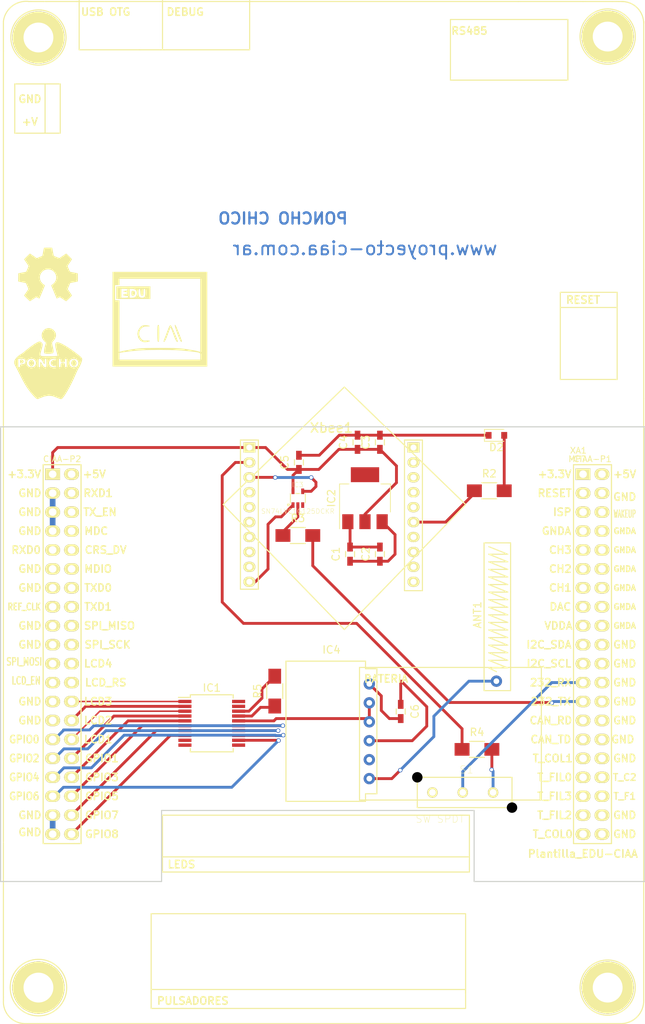
<source format=kicad_pcb>
(kicad_pcb (version 4) (host pcbnew 4.0.6-e0-6349~53~ubuntu14.04.1)

  (general
    (links 50)
    (no_connects 9)
    (area 17.572141 15.774999 279.500001 167.165001)
    (thickness 1.6)
    (drawings 40)
    (tracks 167)
    (zones 0)
    (modules 23)
    (nets 112)
  )

  (page A4)
  (title_block
    (title "Poncho Chico - Modelo - Ejemplo - Template")
    (date "lun 05 oct 2015")
    (rev 1.0)
    (company "Proyecto CIAA - COMPUTADORA INDUSTRIAL ABIERTA ARGENTINA")
    (comment 1 https://github.com/ciaa/Ponchos/tree/master/modelos/doc)
    (comment 2 "Autores y Licencia del template (Diego Brengi - UNLaM)")
    (comment 3 "Revisor: Alan Toris. Ver directorio \"doc\".")
    (comment 4 "Autor del poncho (Fabrizio Gelsi).")
  )

  (layers
    (0 F.Cu signal)
    (31 B.Cu signal)
    (32 B.Adhes user)
    (33 F.Adhes user)
    (34 B.Paste user)
    (35 F.Paste user)
    (36 B.SilkS user)
    (37 F.SilkS user)
    (38 B.Mask user)
    (39 F.Mask user)
    (40 Dwgs.User user hide)
    (41 Cmts.User user)
    (42 Eco1.User user)
    (43 Eco2.User user)
    (44 Edge.Cuts user)
    (45 Margin user)
    (46 B.CrtYd user)
    (47 F.CrtYd user)
    (48 B.Fab user)
    (49 F.Fab user)
  )

  (setup
    (last_trace_width 0.381)
    (user_trace_width 0.508)
    (user_trace_width 0.635)
    (user_trace_width 0.762)
    (user_trace_width 1.016)
    (user_trace_width 1.27)
    (user_trace_width 1.524)
    (trace_clearance 0.508)
    (zone_clearance 0.508)
    (zone_45_only no)
    (trace_min 0.2)
    (segment_width 0.2)
    (edge_width 0.15)
    (via_size 0.6)
    (via_drill 0.4)
    (via_min_size 0.4)
    (via_min_drill 0.3)
    (uvia_size 0.3)
    (uvia_drill 0.1)
    (uvias_allowed no)
    (uvia_min_size 0)
    (uvia_min_drill 0)
    (pcb_text_width 0.3)
    (pcb_text_size 1.5 1.5)
    (mod_edge_width 0.15)
    (mod_text_size 0.000001 0.000001)
    (mod_text_width 0.15)
    (pad_size 1.75 0.45)
    (pad_drill 0)
    (pad_to_mask_clearance 0.2)
    (aux_axis_origin 0 0)
    (visible_elements 7FFEFF7F)
    (pcbplotparams
      (layerselection 0x00020_80000000)
      (usegerberextensions false)
      (excludeedgelayer false)
      (linewidth 0.100000)
      (plotframeref false)
      (viasonmask false)
      (mode 1)
      (useauxorigin false)
      (hpglpennumber 1)
      (hpglpenspeed 20)
      (hpglpendiameter 15)
      (hpglpenoverlay 2)
      (psnegative false)
      (psa4output false)
      (plotreference true)
      (plotvalue false)
      (plotinvisibletext false)
      (padsonsilk false)
      (subtractmaskfromsilk false)
      (outputformat 1)
      (mirror false)
      (drillshape 0)
      (scaleselection 1)
      (outputdirectory ""))
  )

  (net 0 "")
  (net 1 +3.3V)
  (net 2 +5V)
  (net 3 GND)
  (net 4 "Net-(ANT1-Pad1)")
  (net 5 "Net-(D2-Pad2)")
  (net 6 "Net-(IC1-Pad1)")
  (net 7 "Net-(IC1-Pad2)")
  (net 8 "Net-(IC1-Pad3)")
  (net 9 "Net-(IC1-Pad4)")
  (net 10 "Net-(IC1-Pad5)")
  (net 11 "Net-(IC1-Pad6)")
  (net 12 "Net-(IC1-Pad7)")
  (net 13 "Net-(IC1-Pad8)")
  (net 14 "Net-(IC1-Pad10)")
  (net 15 "Net-(IC1-Pad11)")
  (net 16 "Net-(IC1-Pad12)")
  (net 17 "Net-(IC1-Pad13)")
  (net 18 "Net-(IC1-Pad14)")
  (net 19 "Net-(IC1-Pad15)")
  (net 20 "Net-(IC1-Pad16)")
  (net 21 "Net-(IC1-Pad17)")
  (net 22 "Net-(IC1-Pad18)")
  (net 23 /VT)
  (net 24 "Net-(IC2-Pad4)")
  (net 25 "Net-(IC3-Pad2)")
  (net 26 "Net-(IC3-Pad4)")
  (net 27 "Net-(R2-Pad1)")
  (net 28 /TX)
  (net 29 "Net-(R4-Pad1)")
  (net 30 "Net-(R4-Pad2)")
  (net 31 "Net-(S1-Pad3)")
  (net 32 /RX)
  (net 33 "Net-(XA1-Pad1)")
  (net 34 "Net-(XA1-Pad2)")
  (net 35 "Net-(XA1-Pad11)")
  (net 36 "Net-(XA1-Pad4)")
  (net 37 "Net-(XA1-Pad13)")
  (net 38 "Net-(XA1-Pad6)")
  (net 39 "Net-(XA1-Pad15)")
  (net 40 "Net-(XA1-Pad8)")
  (net 41 "Net-(XA1-Pad17)")
  (net 42 "Net-(XA1-Pad10)")
  (net 43 "Net-(XA1-Pad19)")
  (net 44 "Net-(XA1-Pad12)")
  (net 45 "Net-(XA1-Pad21)")
  (net 46 "Net-(XA1-Pad14)")
  (net 47 "Net-(XA1-Pad16)")
  (net 48 "Net-(XA1-Pad18)")
  (net 49 "Net-(XA1-Pad27)")
  (net 50 "Net-(XA1-Pad20)")
  (net 51 "Net-(XA1-Pad29)")
  (net 52 "Net-(XA1-Pad22)")
  (net 53 "Net-(XA1-Pad31)")
  (net 54 "Net-(XA1-Pad24)")
  (net 55 "Net-(XA1-Pad26)")
  (net 56 "Net-(XA1-Pad33)")
  (net 57 "Net-(XA1-Pad28)")
  (net 58 "Net-(XA1-Pad32)")
  (net 59 "Net-(XA1-Pad34)")
  (net 60 "Net-(XA1-Pad36)")
  (net 61 "Net-(XA1-Pad38)")
  (net 62 "Net-(XA1-Pad35)")
  (net 63 "Net-(XA1-Pad37)")
  (net 64 "Net-(XA1-Pad3)")
  (net 65 "Net-(XA1-Pad5)")
  (net 66 "Net-(XA1-Pad7)")
  (net 67 "Net-(XA1-Pad9)")
  (net 68 "Net-(XA1-Pad39)")
  (net 69 "Net-(XA1-Pad40)")
  (net 70 "Net-(XA1-Pad30)")
  (net 71 "Net-(XA1-Pad42)")
  (net 72 "Net-(XA1-Pad43)")
  (net 73 "Net-(XA1-Pad44)")
  (net 74 "Net-(XA1-Pad45)")
  (net 75 "Net-(XA1-Pad46)")
  (net 76 "Net-(XA1-Pad47)")
  (net 77 "Net-(XA1-Pad48)")
  (net 78 "Net-(XA1-Pad49)")
  (net 79 "Net-(XA1-Pad50)")
  (net 80 "Net-(XA1-Pad51)")
  (net 81 "Net-(XA1-Pad52)")
  (net 82 "Net-(XA1-Pad53)")
  (net 83 "Net-(XA1-Pad54)")
  (net 84 "Net-(XA1-Pad55)")
  (net 85 "Net-(XA1-Pad56)")
  (net 86 "Net-(XA1-Pad57)")
  (net 87 "Net-(XA1-Pad58)")
  (net 88 "Net-(XA1-Pad59)")
  (net 89 "Net-(XA1-Pad60)")
  (net 90 "Net-(XA1-Pad61)")
  (net 91 "Net-(XA1-Pad62)")
  (net 92 "Net-(XA1-Pad64)")
  (net 93 "Net-(XA1-Pad65)")
  (net 94 "Net-(XA1-Pad67)")
  (net 95 "Net-(XA1-Pad77)")
  (net 96 "Net-(XA1-Pad79)")
  (net 97 "Net-(Xbee1-Pad11)")
  (net 98 "Net-(Xbee1-Pad12)")
  (net 99 "Net-(Xbee1-Pad13)")
  (net 100 "Net-(Xbee1-Pad14)")
  (net 101 "Net-(Xbee1-Pad16)")
  (net 102 "Net-(Xbee1-Pad17)")
  (net 103 "Net-(Xbee1-Pad18)")
  (net 104 "Net-(Xbee1-Pad19)")
  (net 105 "Net-(Xbee1-Pad20)")
  (net 106 "Net-(Xbee1-Pad4)")
  (net 107 "Net-(Xbee1-Pad5)")
  (net 108 "Net-(Xbee1-Pad6)")
  (net 109 "Net-(Xbee1-Pad7)")
  (net 110 "Net-(Xbee1-Pad8)")
  (net 111 "Net-(Xbee1-Pad9)")

  (net_class Default "This is the default net class."
    (clearance 0.508)
    (trace_width 0.381)
    (via_dia 0.6)
    (via_drill 0.4)
    (uvia_dia 0.3)
    (uvia_drill 0.1)
    (add_net +3.3V)
    (add_net +5V)
    (add_net /RX)
    (add_net /TX)
    (add_net "Net-(ANT1-Pad1)")
    (add_net "Net-(D2-Pad2)")
    (add_net "Net-(IC2-Pad4)")
    (add_net "Net-(R2-Pad1)")
    (add_net "Net-(R4-Pad1)")
    (add_net "Net-(R4-Pad2)")
    (add_net "Net-(S1-Pad3)")
    (add_net "Net-(XA1-Pad1)")
    (add_net "Net-(XA1-Pad10)")
    (add_net "Net-(XA1-Pad11)")
    (add_net "Net-(XA1-Pad12)")
    (add_net "Net-(XA1-Pad13)")
    (add_net "Net-(XA1-Pad14)")
    (add_net "Net-(XA1-Pad15)")
    (add_net "Net-(XA1-Pad16)")
    (add_net "Net-(XA1-Pad17)")
    (add_net "Net-(XA1-Pad18)")
    (add_net "Net-(XA1-Pad19)")
    (add_net "Net-(XA1-Pad2)")
    (add_net "Net-(XA1-Pad20)")
    (add_net "Net-(XA1-Pad21)")
    (add_net "Net-(XA1-Pad22)")
    (add_net "Net-(XA1-Pad24)")
    (add_net "Net-(XA1-Pad26)")
    (add_net "Net-(XA1-Pad27)")
    (add_net "Net-(XA1-Pad28)")
    (add_net "Net-(XA1-Pad29)")
    (add_net "Net-(XA1-Pad3)")
    (add_net "Net-(XA1-Pad30)")
    (add_net "Net-(XA1-Pad31)")
    (add_net "Net-(XA1-Pad32)")
    (add_net "Net-(XA1-Pad33)")
    (add_net "Net-(XA1-Pad34)")
    (add_net "Net-(XA1-Pad35)")
    (add_net "Net-(XA1-Pad36)")
    (add_net "Net-(XA1-Pad37)")
    (add_net "Net-(XA1-Pad38)")
    (add_net "Net-(XA1-Pad39)")
    (add_net "Net-(XA1-Pad4)")
    (add_net "Net-(XA1-Pad40)")
    (add_net "Net-(XA1-Pad42)")
    (add_net "Net-(XA1-Pad43)")
    (add_net "Net-(XA1-Pad44)")
    (add_net "Net-(XA1-Pad45)")
    (add_net "Net-(XA1-Pad46)")
    (add_net "Net-(XA1-Pad47)")
    (add_net "Net-(XA1-Pad48)")
    (add_net "Net-(XA1-Pad49)")
    (add_net "Net-(XA1-Pad5)")
    (add_net "Net-(XA1-Pad50)")
    (add_net "Net-(XA1-Pad51)")
    (add_net "Net-(XA1-Pad52)")
    (add_net "Net-(XA1-Pad53)")
    (add_net "Net-(XA1-Pad54)")
    (add_net "Net-(XA1-Pad55)")
    (add_net "Net-(XA1-Pad56)")
    (add_net "Net-(XA1-Pad57)")
    (add_net "Net-(XA1-Pad58)")
    (add_net "Net-(XA1-Pad59)")
    (add_net "Net-(XA1-Pad6)")
    (add_net "Net-(XA1-Pad60)")
    (add_net "Net-(XA1-Pad61)")
    (add_net "Net-(XA1-Pad62)")
    (add_net "Net-(XA1-Pad64)")
    (add_net "Net-(XA1-Pad65)")
    (add_net "Net-(XA1-Pad67)")
    (add_net "Net-(XA1-Pad7)")
    (add_net "Net-(XA1-Pad77)")
    (add_net "Net-(XA1-Pad79)")
    (add_net "Net-(XA1-Pad8)")
    (add_net "Net-(XA1-Pad9)")
    (add_net "Net-(Xbee1-Pad11)")
    (add_net "Net-(Xbee1-Pad12)")
    (add_net "Net-(Xbee1-Pad13)")
    (add_net "Net-(Xbee1-Pad14)")
    (add_net "Net-(Xbee1-Pad16)")
    (add_net "Net-(Xbee1-Pad17)")
    (add_net "Net-(Xbee1-Pad18)")
    (add_net "Net-(Xbee1-Pad19)")
    (add_net "Net-(Xbee1-Pad20)")
    (add_net "Net-(Xbee1-Pad4)")
    (add_net "Net-(Xbee1-Pad5)")
    (add_net "Net-(Xbee1-Pad6)")
    (add_net "Net-(Xbee1-Pad7)")
    (add_net "Net-(Xbee1-Pad8)")
    (add_net "Net-(Xbee1-Pad9)")
  )

  (net_class ic1_margen ""
    (clearance 0.17)
    (trace_width 0.381)
    (via_dia 0.6)
    (via_drill 0.4)
    (uvia_dia 0.3)
    (uvia_drill 0.1)
    (add_net /VT)
    (add_net GND)
    (add_net "Net-(IC1-Pad1)")
    (add_net "Net-(IC1-Pad10)")
    (add_net "Net-(IC1-Pad11)")
    (add_net "Net-(IC1-Pad12)")
    (add_net "Net-(IC1-Pad13)")
    (add_net "Net-(IC1-Pad14)")
    (add_net "Net-(IC1-Pad15)")
    (add_net "Net-(IC1-Pad16)")
    (add_net "Net-(IC1-Pad17)")
    (add_net "Net-(IC1-Pad18)")
    (add_net "Net-(IC1-Pad2)")
    (add_net "Net-(IC1-Pad3)")
    (add_net "Net-(IC1-Pad4)")
    (add_net "Net-(IC1-Pad5)")
    (add_net "Net-(IC1-Pad6)")
    (add_net "Net-(IC1-Pad7)")
    (add_net "Net-(IC1-Pad8)")
    (add_net "Net-(IC3-Pad2)")
    (add_net "Net-(IC3-Pad4)")
  )

  (module Poncho_Esqueleto:Logo_EDU-CIAA (layer F.Cu) (tedit 560D8BDB) (tstamp 560EE0E7)
    (at 85.5 60.5)
    (fp_text reference G*** (at 0 7.112) (layer F.SilkS) hide
      (effects (font (thickness 0.3048)))
    )
    (fp_text value Logo_EDU-CIAA (at 0.06 -7.8) (layer F.SilkS) hide
      (effects (font (thickness 0.3048)))
    )
    (fp_poly (pts (xy 6.35 6.35) (xy 5.42036 6.35) (xy 5.42036 4.8006) (xy 5.41782 4.7371)
      (xy 5.41782 4.39674) (xy 5.41782 -0.51054) (xy 5.41782 -5.42036) (xy 0 -5.42036)
      (xy -5.42036 -5.42036) (xy -5.42036 -4.99618) (xy -5.42036 -4.572) (xy -5.715 -4.572)
      (xy -6.01218 -4.572) (xy -6.01218 -3.556) (xy -6.01218 -2.54) (xy -5.715 -2.54)
      (xy -5.42036 -2.54) (xy -5.42036 0.9271) (xy -5.42036 4.39674) (xy -5.21462 4.318)
      (xy -5.05968 4.27736) (xy -4.77266 4.21894) (xy -4.39166 4.14782) (xy -3.95224 4.07162)
      (xy -3.7973 4.04622) (xy -3.42392 3.9878) (xy -3.08102 3.94462) (xy -2.74066 3.90906)
      (xy -2.3749 3.88366) (xy -1.9558 3.86842) (xy -1.45542 3.85826) (xy -0.84582 3.85318)
      (xy -0.09652 3.85064) (xy 0 3.85064) (xy 0.76454 3.85318) (xy 1.38938 3.85826)
      (xy 1.90246 3.86588) (xy 2.32918 3.88366) (xy 2.70002 3.90652) (xy 3.04038 3.93954)
      (xy 3.38074 3.98272) (xy 3.74904 4.0386) (xy 3.79476 4.04622) (xy 4.24434 4.12242)
      (xy 4.65074 4.19608) (xy 4.97332 4.25958) (xy 5.17652 4.30784) (xy 5.21208 4.318)
      (xy 5.41782 4.39674) (xy 5.41782 4.7371) (xy 5.41528 4.67614) (xy 5.38226 4.5847)
      (xy 5.29844 4.51612) (xy 5.14604 4.46278) (xy 4.90474 4.41706) (xy 4.55168 4.37134)
      (xy 4.06654 4.31546) (xy 3.59664 4.26466) (xy 2.9464 4.2037) (xy 2.20218 4.16052)
      (xy 1.3462 4.13258) (xy 0.35052 4.12242) (xy 0 4.11988) (xy -0.89154 4.12496)
      (xy -1.65608 4.13766) (xy -2.33426 4.1656) (xy -2.96672 4.20624) (xy -3.59664 4.2672)
      (xy -4.26466 4.34594) (xy -4.7625 4.41452) (xy -5.42036 4.50596) (xy -5.42036 4.96062)
      (xy -5.42036 5.41782) (xy 0 5.41782) (xy 5.41782 5.41782) (xy 5.41782 4.96062)
      (xy 5.42036 4.8006) (xy 5.42036 6.35) (xy 0 6.35) (xy -6.35 6.35)
      (xy -6.35 0) (xy -6.35 -6.35) (xy 0 -6.35) (xy 6.35 -6.35)
      (xy 6.35 0) (xy 6.35 6.35) (xy 6.35 6.35)) (layer F.SilkS) (width 0.00254))
    (fp_poly (pts (xy -1.36398 2.94894) (xy -1.41986 2.99212) (xy -1.58242 3.04292) (xy -1.83134 3.07848)
      (xy -2.08534 3.08864) (xy -2.24028 3.0734) (xy -2.59334 2.89814) (xy -2.84734 2.5908)
      (xy -2.921 2.43586) (xy -3.01752 1.98628) (xy -2.94894 1.55956) (xy -2.71526 1.16586)
      (xy -2.667 1.11252) (xy -2.49174 0.93726) (xy -2.33426 0.84582) (xy -2.12344 0.81026)
      (xy -1.90246 0.80518) (xy -1.57988 0.82296) (xy -1.40462 0.8763) (xy -1.37922 0.90932)
      (xy -1.40208 0.97028) (xy -1.55194 0.98298) (xy -1.70942 0.96774) (xy -2.08788 0.9906)
      (xy -2.39776 1.143) (xy -2.6289 1.39192) (xy -2.75844 1.70434) (xy -2.77876 2.04978)
      (xy -2.67462 2.39522) (xy -2.4765 2.66446) (xy -2.31902 2.80162) (xy -2.159 2.86258)
      (xy -1.9304 2.86766) (xy -1.80086 2.8575) (xy -1.51892 2.84988) (xy -1.36906 2.8829)
      (xy -1.36398 2.94894) (xy -1.36398 2.94894)) (layer F.SilkS) (width 0.00254))
    (fp_poly (pts (xy -0.08636 1.905) (xy -0.0889 2.37236) (xy -0.09906 2.69494) (xy -0.11938 2.90068)
      (xy -0.14986 3.00736) (xy -0.19812 3.04546) (xy -0.21336 3.048) (xy -0.26416 3.0226)
      (xy -0.29972 2.9337) (xy -0.32258 2.7559) (xy -0.33528 2.4638) (xy -0.34036 2.032)
      (xy -0.34036 1.905) (xy -0.33782 1.4351) (xy -0.32766 1.11252) (xy -0.30734 0.90678)
      (xy -0.27432 0.8001) (xy -0.22606 0.762) (xy -0.21336 0.762) (xy -0.16002 0.78486)
      (xy -0.12446 0.87376) (xy -0.1016 1.05156) (xy -0.09144 1.34366) (xy -0.08636 1.77546)
      (xy -0.08636 1.905) (xy -0.08636 1.905)) (layer F.SilkS) (width 0.00254))
    (fp_poly (pts (xy 2.40284 3.0353) (xy 2.30378 3.05308) (xy 2.17678 2.90322) (xy 2.02184 2.59334)
      (xy 1.83642 2.1209) (xy 1.80848 2.03708) (xy 1.6764 1.67132) (xy 1.5621 1.3716)
      (xy 1.47828 1.17094) (xy 1.43764 1.09982) (xy 1.39446 1.17602) (xy 1.3081 1.37922)
      (xy 1.19126 1.68148) (xy 1.05664 2.04978) (xy 1.05664 2.05232) (xy 0.87884 2.52222)
      (xy 0.7366 2.83464) (xy 0.62484 2.99974) (xy 0.57404 3.03022) (xy 0.50546 3.02514)
      (xy 0.49276 2.9591) (xy 0.53848 2.79654) (xy 0.64516 2.52222) (xy 0.78994 2.15646)
      (xy 0.9525 1.7272) (xy 1.08458 1.3716) (xy 1.2319 1.016) (xy 1.35128 0.82296)
      (xy 1.4351 0.77978) (xy 1.4986 0.86106) (xy 1.60782 1.06172) (xy 1.74752 1.35382)
      (xy 1.90246 1.69926) (xy 2.05994 2.06502) (xy 2.20472 2.41554) (xy 2.31902 2.71526)
      (xy 2.39014 2.9337) (xy 2.40284 3.0353) (xy 2.40284 3.0353)) (layer F.SilkS) (width 0.00254))
    (fp_poly (pts (xy 2.96164 2.98704) (xy 2.8956 3.04292) (xy 2.85242 3.048) (xy 2.78384 2.9718)
      (xy 2.67208 2.75844) (xy 2.52984 2.43586) (xy 2.36982 2.02946) (xy 2.3368 1.94056)
      (xy 2.15138 1.41478) (xy 2.03708 1.0414) (xy 1.99136 0.81788) (xy 2.01676 0.74422)
      (xy 2.10566 0.80772) (xy 2.159 0.91186) (xy 2.25552 1.13284) (xy 2.38252 1.44272)
      (xy 2.52476 1.79578) (xy 2.66954 2.16154) (xy 2.79654 2.49936) (xy 2.89814 2.77622)
      (xy 2.95402 2.94894) (xy 2.96164 2.98704) (xy 2.96164 2.98704)) (layer F.SilkS) (width 0.00254))
    (fp_poly (pts (xy -1.27 -2.71018) (xy -1.94818 -2.71018) (xy -1.94818 -3.57378) (xy -1.95834 -3.86334)
      (xy -1.99644 -4.01574) (xy -2.06756 -4.064) (xy -2.07518 -4.064) (xy -2.15138 -4.02336)
      (xy -2.19202 -3.87858) (xy -2.20218 -3.59664) (xy -2.20218 -3.5941) (xy -2.20726 -3.32486)
      (xy -2.2352 -3.1877) (xy -2.2987 -3.14452) (xy -2.39268 -3.1496) (xy -2.50698 -3.1877)
      (xy -2.57048 -3.2893) (xy -2.60096 -3.49758) (xy -2.60858 -3.6195) (xy -2.6416 -3.90398)
      (xy -2.70002 -4.04114) (xy -2.75844 -4.064) (xy -2.82956 -3.99034) (xy -2.8702 -3.80238)
      (xy -2.8829 -3.55092) (xy -2.86258 -3.29438) (xy -2.80924 -3.08102) (xy -2.79146 -3.04292)
      (xy -2.64668 -2.92608) (xy -2.41808 -2.87782) (xy -2.18694 -2.90576) (xy -2.04978 -2.98196)
      (xy -1.9939 -3.11658) (xy -1.95834 -3.36042) (xy -1.94818 -3.57378) (xy -1.94818 -2.71018)
      (xy -3.0861 -2.71018) (xy -3.0861 -3.42138) (xy -3.09372 -3.64744) (xy -3.20548 -3.88874)
      (xy -3.429 -4.0259) (xy -3.76428 -4.064) (xy -4.064 -4.064) (xy -4.064 -3.47218)
      (xy -4.064 -2.88036) (xy -3.7465 -2.88036) (xy -3.51536 -2.89814) (xy -3.3528 -2.93624)
      (xy -3.33756 -2.94386) (xy -3.17246 -3.14198) (xy -3.0861 -3.42138) (xy -3.0861 -2.71018)
      (xy -3.556 -2.71018) (xy -4.23418 -2.71018) (xy -4.23418 -3.00736) (xy -4.29006 -3.09626)
      (xy -4.47548 -3.13182) (xy -4.572 -3.13436) (xy -4.80822 -3.15468) (xy -4.90474 -3.22326)
      (xy -4.91236 -3.26136) (xy -4.84886 -3.35534) (xy -4.64312 -3.38836) (xy -4.61518 -3.38836)
      (xy -4.39674 -3.4163) (xy -4.32054 -3.50266) (xy -4.318 -3.51536) (xy -4.38404 -3.60934)
      (xy -4.58978 -3.64236) (xy -4.61518 -3.64236) (xy -4.81076 -3.66268) (xy -4.90982 -3.71602)
      (xy -4.91236 -3.72618) (xy -4.8387 -3.78206) (xy -4.65328 -3.81) (xy -4.61518 -3.81)
      (xy -4.39674 -3.83794) (xy -4.32054 -3.92684) (xy -4.318 -3.937) (xy -4.36372 -4.01828)
      (xy -4.5212 -4.05638) (xy -4.74218 -4.064) (xy -5.16636 -4.064) (xy -5.16636 -3.47218)
      (xy -5.16636 -2.88036) (xy -4.699 -2.88036) (xy -4.4196 -2.89052) (xy -4.27482 -2.93116)
      (xy -4.23418 -3.00736) (xy -4.23418 -2.71018) (xy -5.842 -2.71018) (xy -5.842 -3.556)
      (xy -5.842 -4.40436) (xy -3.556 -4.40436) (xy -1.27 -4.40436) (xy -1.27 -3.556)
      (xy -1.27 -2.71018) (xy -1.27 -2.71018)) (layer F.SilkS) (width 0.00254))
    (fp_poly (pts (xy -3.33756 -3.59918) (xy -3.34264 -3.35788) (xy -3.46964 -3.1877) (xy -3.65252 -3.13436)
      (xy -3.75666 -3.16738) (xy -3.80238 -3.29184) (xy -3.81 -3.47218) (xy -3.79984 -3.69062)
      (xy -3.74396 -3.78714) (xy -3.61696 -3.81) (xy -3.60172 -3.81) (xy -3.42138 -3.7592)
      (xy -3.33756 -3.59918) (xy -3.33756 -3.59918)) (layer F.SilkS) (width 0.00254))
  )

  (module Poncho_Esqueleto:Logo_Poncho (layer F.Cu) (tedit 560DAFF4) (tstamp 560EEA4B)
    (at 70.5 66.5)
    (fp_text reference G*** (at 0.127 5.588) (layer F.SilkS) hide
      (effects (font (thickness 0.3)))
    )
    (fp_text value LOGO (at 0.762 7.493) (layer F.SilkS) hide
      (effects (font (thickness 0.3)))
    )
    (fp_poly (pts (xy 4.535714 -0.627021) (xy 4.498746 -0.420109) (xy 4.405012 -0.1352) (xy 4.280272 0.162897)
      (xy 4.150281 0.409374) (xy 4.123376 0.447413) (xy 4.123376 -0.123701) (xy 4.058326 -0.436938)
      (xy 3.869112 -0.644378) (xy 3.564639 -0.737671) (xy 3.463636 -0.742208) (xy 3.129516 -0.681223)
      (xy 2.908248 -0.503835) (xy 2.808734 -0.218392) (xy 2.803896 -0.123701) (xy 2.868946 0.189536)
      (xy 3.058159 0.396975) (xy 3.362633 0.490269) (xy 3.463636 0.494805) (xy 3.797606 0.436492)
      (xy 3.958441 0.32987) (xy 4.092315 0.09203) (xy 4.123376 -0.123701) (xy 4.123376 0.447413)
      (xy 4.089856 0.494805) (xy 4.013749 0.621925) (xy 3.89522 0.861365) (xy 3.753792 1.172585)
      (xy 3.672876 1.360714) (xy 3.421635 1.929272) (xy 3.149718 2.496808) (xy 2.869494 3.041693)
      (xy 2.593334 3.542296) (xy 2.556493 3.603955) (xy 2.556493 -0.123701) (xy 2.552598 -0.439936)
      (xy 2.534834 -0.625484) (xy 2.494089 -0.714524) (xy 2.421247 -0.741238) (xy 2.391558 -0.742208)
      (xy 2.270831 -0.703329) (xy 2.228325 -0.558669) (xy 2.226623 -0.494805) (xy 2.206189 -0.31957)
      (xy 2.109798 -0.254982) (xy 1.97922 -0.247402) (xy 1.803985 -0.267837) (xy 1.739397 -0.364227)
      (xy 1.731818 -0.494805) (xy 1.705898 -0.675896) (xy 1.609459 -0.739655) (xy 1.566883 -0.742208)
      (xy 1.482553 -0.727599) (xy 1.433074 -0.660988) (xy 1.40933 -0.508193) (xy 1.402206 -0.235036)
      (xy 1.401948 -0.123701) (xy 1.405843 0.192533) (xy 1.423606 0.378081) (xy 1.464351 0.467122)
      (xy 1.537193 0.493835) (xy 1.566883 0.494805) (xy 1.680559 0.462518) (xy 1.726426 0.336472)
      (xy 1.731818 0.206169) (xy 1.745609 0.012245) (xy 1.815564 -0.067294) (xy 1.97922 -0.082467)
      (xy 2.145441 -0.066377) (xy 2.213617 0.015237) (xy 2.226623 0.206169) (xy 2.245073 0.405103)
      (xy 2.317099 0.48537) (xy 2.391558 0.494805) (xy 2.475887 0.480197) (xy 2.525367 0.413586)
      (xy 2.549111 0.260791) (xy 2.556234 -0.012366) (xy 2.556493 -0.123701) (xy 2.556493 3.603955)
      (xy 2.33361 3.976986) (xy 2.102692 4.324132) (xy 1.912952 4.562103) (xy 1.781691 4.667512)
      (xy 1.660102 4.654002) (xy 1.438445 4.580892) (xy 1.163465 4.463746) (xy 1.154545 4.459546)
      (xy 1.154545 0.36149) (xy 1.110706 0.268405) (xy 0.956623 0.266159) (xy 0.938776 0.269422)
      (xy 0.717011 0.243945) (xy 0.523128 0.11531) (xy 0.417755 -0.07121) (xy 0.412337 -0.123701)
      (xy 0.484303 -0.318602) (xy 0.658393 -0.472009) (xy 0.871896 -0.536691) (xy 0.949632 -0.528355)
      (xy 1.105982 -0.515384) (xy 1.154279 -0.597467) (xy 1.154545 -0.609566) (xy 1.114247 -0.69528)
      (xy 0.970303 -0.735064) (xy 0.783441 -0.742208) (xy 0.429195 -0.687347) (xy 0.198088 -0.523118)
      (xy 0.090717 -0.250044) (xy 0.082467 -0.123701) (xy 0.144642 0.188869) (xy 0.330769 0.392787)
      (xy 0.640252 0.487526) (xy 0.783441 0.494805) (xy 1.022962 0.480515) (xy 1.134243 0.429291)
      (xy 1.154545 0.36149) (xy 1.154545 4.459546) (xy 1.148315 4.456614) (xy 0.592041 4.256938)
      (xy 0.061238 4.207886) (xy -0.164935 4.249843) (xy -0.164935 -0.123701) (xy -0.168831 -0.439936)
      (xy -0.186594 -0.625484) (xy -0.227339 -0.714524) (xy -0.300181 -0.741238) (xy -0.329871 -0.742208)
      (xy -0.435349 -0.716231) (xy -0.483875 -0.609894) (xy -0.495586 -0.391721) (xy -0.496366 -0.041234)
      (xy -0.706429 -0.391721) (xy -0.874005 -0.625569) (xy -1.029731 -0.729733) (xy -1.117986 -0.742208)
      (xy -1.220495 -0.733937) (xy -1.280586 -0.685976) (xy -1.309571 -0.563603) (xy -1.318762 -0.332094)
      (xy -1.319481 -0.123701) (xy -1.315585 0.192533) (xy -1.297822 0.378081) (xy -1.257077 0.467122)
      (xy -1.184235 0.493835) (xy -1.154546 0.494805) (xy -1.049068 0.468829) (xy -1.000541 0.362492)
      (xy -0.988831 0.144318) (xy -0.98805 -0.206169) (xy -0.777988 0.144318) (xy -0.610412 0.378167)
      (xy -0.454685 0.48233) (xy -0.36643 0.494805) (xy -0.263922 0.486535) (xy -0.203831 0.438574)
      (xy -0.174846 0.3162) (xy -0.165655 0.084692) (xy -0.164935 -0.123701) (xy -0.164935 4.249843)
      (xy -0.48241 4.308738) (xy -0.783442 4.420415) (xy -1.059466 4.535832) (xy -1.285963 4.626797)
      (xy -1.401948 4.669513) (xy -1.518876 4.625399) (xy -1.566884 4.584033) (xy -1.566884 -0.123701)
      (xy -1.631934 -0.436938) (xy -1.821147 -0.644378) (xy -2.12562 -0.737671) (xy -2.226624 -0.742208)
      (xy -2.560743 -0.681223) (xy -2.782012 -0.503835) (xy -2.881525 -0.218392) (xy -2.886364 -0.123701)
      (xy -2.821314 0.189536) (xy -2.6321 0.396975) (xy -2.327627 0.490269) (xy -2.226624 0.494805)
      (xy -1.892653 0.436492) (xy -1.731819 0.32987) (xy -1.597945 0.09203) (xy -1.566884 -0.123701)
      (xy -1.566884 4.584033) (xy -1.717176 4.454536) (xy -1.98582 4.166799) (xy -2.061689 4.078924)
      (xy -2.369861 3.70727) (xy -2.632201 3.363429) (xy -2.870341 3.013116) (xy -2.968832 2.849614)
      (xy -2.968832 -0.32987) (xy -3.007485 -0.54598) (xy -3.140146 -0.67528) (xy -3.391869 -0.734039)
      (xy -3.603832 -0.742208) (xy -4.04091 -0.742208) (xy -4.04091 -0.123701) (xy -4.037014 0.192533)
      (xy -4.019251 0.378081) (xy -3.978506 0.467122) (xy -3.905664 0.493835) (xy -3.875974 0.494805)
      (xy -3.746639 0.446485) (xy -3.711039 0.288637) (xy -3.687673 0.146227) (xy -3.584731 0.090232)
      (xy -3.438897 0.082468) (xy -3.16065 0.034793) (xy -3.008068 -0.114765) (xy -2.968832 -0.32987)
      (xy -2.968832 2.849614) (xy -3.105916 2.622046) (xy -3.360558 2.155935) (xy -3.6559 1.580499)
      (xy -3.724805 1.443182) (xy -3.927446 1.040996) (xy -4.107468 0.68891) (xy -4.250627 0.414385)
      (xy -4.342678 0.24488) (xy -4.366512 0.206169) (xy -4.479713 -0.061738) (xy -4.470402 -0.368299)
      (xy -4.39208 -0.562072) (xy -4.211754 -0.794239) (xy -3.970771 -1.027175) (xy -3.729883 -1.205582)
      (xy -3.628572 -1.257014) (xy -3.515586 -1.328258) (xy -3.31072 -1.481511) (xy -3.047204 -1.691308)
      (xy -2.861153 -1.845142) (xy -2.478394 -2.151727) (xy -2.09396 -2.434151) (xy -1.735885 -2.674156)
      (xy -1.432202 -2.853482) (xy -1.210945 -2.953871) (xy -1.135923 -2.968831) (xy -0.992755 -2.911987)
      (xy -0.868796 -2.807085) (xy -0.798823 -2.718089) (xy -0.768465 -2.621372) (xy -0.779148 -2.476306)
      (xy -0.832302 -2.242261) (xy -0.897248 -1.997411) (xy -1.002077 -1.614541) (xy -1.0637 -1.342913)
      (xy -1.062894 -1.163551) (xy -0.980436 -1.05748) (xy -0.797105 -1.005726) (xy -0.493678 -0.989314)
      (xy -0.050932 -0.989267) (xy 0.123701 -0.98961) (xy 0.616616 -0.993152) (xy 0.963601 -1.004879)
      (xy 1.183529 -1.026446) (xy 1.295275 -1.059505) (xy 1.31948 -1.094352) (xy 1.298521 -1.22034)
      (xy 1.243133 -1.457326) (xy 1.164548 -1.757819) (xy 1.150407 -1.809213) (xy 1.043088 -2.255847)
      (xy 1.008894 -2.569631) (xy 1.048676 -2.765972) (xy 1.163285 -2.860279) (xy 1.208992 -2.870512)
      (xy 1.420553 -2.83991) (xy 1.739874 -2.711189) (xy 2.149801 -2.493929) (xy 2.633175 -2.197713)
      (xy 3.172841 -1.832122) (xy 3.525487 -1.576813) (xy 3.929546 -1.272303) (xy 4.214754 -1.04349)
      (xy 4.398878 -0.873667) (xy 4.499689 -0.746128) (xy 4.534955 -0.644167) (xy 4.535714 -0.627021)
      (xy 4.535714 -0.627021)) (layer F.SilkS) (width 0.1))
    (fp_poly (pts (xy 1.023542 -3.736319) (xy 0.895402 -3.389445) (xy 0.679417 -3.11223) (xy 0.563302 -2.982356)
      (xy 0.508034 -2.869698) (xy 0.506066 -2.720981) (xy 0.549854 -2.48293) (xy 0.574294 -2.370022)
      (xy 0.658312 -1.973188) (xy 0.69611 -1.709422) (xy 0.675383 -1.550382) (xy 0.583822 -1.467723)
      (xy 0.409122 -1.433104) (xy 0.16144 -1.419187) (xy -0.12355 -1.415195) (xy -0.339882 -1.428263)
      (xy -0.43645 -1.453549) (xy -0.490308 -1.618268) (xy -0.466441 -1.923684) (xy -0.365224 -2.365222)
      (xy -0.360015 -2.384058) (xy -0.225225 -2.868872) (xy -0.488808 -3.104404) (xy -0.714353 -3.402585)
      (xy -0.808424 -3.746824) (xy -0.77552 -4.096523) (xy -0.620138 -4.411085) (xy -0.346777 -4.649915)
      (xy -0.31571 -4.666738) (xy 0.033719 -4.763905) (xy 0.380075 -4.71573) (xy 0.68714 -4.538441)
      (xy 0.918691 -4.248265) (xy 0.989692 -4.081895) (xy 1.023542 -3.736319) (xy 1.023542 -3.736319)) (layer F.SilkS) (width 0.1))
    (fp_poly (pts (xy -3.320079 -0.321578) (xy -3.381169 -0.206169) (xy -3.537606 -0.087441) (xy -3.656944 -0.12265)
      (xy -3.710414 -0.301007) (xy -3.711039 -0.32987) (xy -3.666881 -0.523821) (xy -3.553583 -0.57585)
      (xy -3.399915 -0.47517) (xy -3.381169 -0.453571) (xy -3.320079 -0.321578) (xy -3.320079 -0.321578)) (layer F.SilkS) (width 0.1))
    (fp_poly (pts (xy -1.911824 -0.1467) (xy -1.935194 -0.006732) (xy -2.006645 0.114199) (xy -2.128505 0.265484)
      (xy -2.225472 0.329848) (xy -2.226624 0.32987) (xy -2.322643 0.267542) (xy -2.444552 0.117317)
      (xy -2.446603 0.114199) (xy -2.537406 -0.05684) (xy -2.52656 -0.197017) (xy -2.465958 -0.318756)
      (xy -2.343482 -0.473895) (xy -2.226624 -0.536039) (xy -2.106037 -0.47051) (xy -1.987289 -0.318756)
      (xy -1.911824 -0.1467) (xy -1.911824 -0.1467)) (layer F.SilkS) (width 0.1))
    (fp_poly (pts (xy 3.778435 -0.1467) (xy 3.755065 -0.006732) (xy 3.683615 0.114199) (xy 3.561755 0.265484)
      (xy 3.464788 0.329848) (xy 3.463636 0.32987) (xy 3.367616 0.267542) (xy 3.245708 0.117317)
      (xy 3.243657 0.114199) (xy 3.152854 -0.05684) (xy 3.163699 -0.197017) (xy 3.224301 -0.318756)
      (xy 3.346778 -0.473895) (xy 3.463636 -0.536039) (xy 3.584223 -0.47051) (xy 3.702971 -0.318756)
      (xy 3.778435 -0.1467) (xy 3.778435 -0.1467)) (layer F.SilkS) (width 0.1))
  )

  (module Poncho_Esqueleto:Logo_OSHWA (layer F.Cu) (tedit 560D8B85) (tstamp 560EEA57)
    (at 70.5 54.5)
    (fp_text reference G101 (at 0 4.2418) (layer F.SilkS) hide
      (effects (font (size 0.7112 0.4572) (thickness 0.1143)))
    )
    (fp_text value Logo_OSHWA (at 0 -4.2418) (layer F.SilkS) hide
      (effects (font (size 0.36322 0.36322) (thickness 0.07112)))
    )
    (fp_poly (pts (xy -2.42316 3.59156) (xy -2.38252 3.57124) (xy -2.28854 3.51282) (xy -2.15392 3.42392)
      (xy -1.99644 3.31978) (xy -1.83896 3.21056) (xy -1.70942 3.1242) (xy -1.61798 3.06578)
      (xy -1.57988 3.04546) (xy -1.55956 3.05054) (xy -1.48336 3.08864) (xy -1.37414 3.14452)
      (xy -1.31064 3.17754) (xy -1.21158 3.22072) (xy -1.16078 3.23088) (xy -1.15316 3.21564)
      (xy -1.11506 3.13944) (xy -1.05918 3.00736) (xy -0.98298 2.83464) (xy -0.89662 2.63144)
      (xy -0.80264 2.413) (xy -0.7112 2.18948) (xy -0.6223 1.97612) (xy -0.54356 1.78562)
      (xy -0.48006 1.63068) (xy -0.43942 1.52146) (xy -0.42418 1.47574) (xy -0.42926 1.46558)
      (xy -0.48006 1.41732) (xy -0.56642 1.35128) (xy -0.75692 1.19634) (xy -0.94234 0.96266)
      (xy -1.05664 0.6985) (xy -1.09474 0.40386) (xy -1.06172 0.13208) (xy -0.95504 -0.12954)
      (xy -0.77216 -0.36576) (xy -0.55118 -0.54102) (xy -0.2921 -0.65278) (xy 0 -0.68834)
      (xy 0.2794 -0.65786) (xy 0.5461 -0.55118) (xy 0.78232 -0.37084) (xy 0.88138 -0.25654)
      (xy 1.01854 -0.01778) (xy 1.09728 0.23876) (xy 1.1049 0.30226) (xy 1.09474 0.5842)
      (xy 1.01092 0.85344) (xy 0.8636 1.09474) (xy 0.65786 1.29032) (xy 0.62992 1.31064)
      (xy 0.53594 1.38176) (xy 0.47244 1.43002) (xy 0.42164 1.47066) (xy 0.77978 2.33172)
      (xy 0.83566 2.46888) (xy 0.93472 2.7051) (xy 1.02108 2.9083) (xy 1.08966 3.06832)
      (xy 1.13792 3.17754) (xy 1.15824 3.22072) (xy 1.16078 3.22326) (xy 1.19126 3.22834)
      (xy 1.2573 3.20294) (xy 1.37668 3.14452) (xy 1.45796 3.10388) (xy 1.5494 3.0607)
      (xy 1.59004 3.04546) (xy 1.6256 3.06324) (xy 1.71196 3.12166) (xy 1.8415 3.20548)
      (xy 1.9939 3.30962) (xy 2.14122 3.41122) (xy 2.27584 3.50012) (xy 2.3749 3.56108)
      (xy 2.42316 3.58902) (xy 2.43078 3.58902) (xy 2.47142 3.56362) (xy 2.55016 3.50012)
      (xy 2.667 3.38836) (xy 2.8321 3.2258) (xy 2.8575 3.2004) (xy 2.99466 3.0607)
      (xy 3.10642 2.94386) (xy 3.18008 2.86258) (xy 3.20548 2.82448) (xy 3.20548 2.82448)
      (xy 3.18262 2.77622) (xy 3.11912 2.6797) (xy 3.03022 2.54254) (xy 2.921 2.38252)
      (xy 2.63652 1.9685) (xy 2.794 1.57734) (xy 2.84226 1.45796) (xy 2.90322 1.31318)
      (xy 2.9464 1.20904) (xy 2.9718 1.16332) (xy 3.01244 1.14808) (xy 3.12166 1.12268)
      (xy 3.2766 1.08966) (xy 3.45948 1.05664) (xy 3.63728 1.02362) (xy 3.7973 0.99314)
      (xy 3.9116 0.97028) (xy 3.9624 0.96012) (xy 3.9751 0.9525) (xy 3.98526 0.9271)
      (xy 3.99288 0.87376) (xy 3.99542 0.77724) (xy 3.99796 0.62484) (xy 3.99796 0.40386)
      (xy 3.99796 0.381) (xy 3.99542 0.17018) (xy 3.99288 0.00254) (xy 3.9878 -0.10668)
      (xy 3.98018 -0.14986) (xy 3.98018 -0.14986) (xy 3.92938 -0.16256) (xy 3.81762 -0.18542)
      (xy 3.6576 -0.21844) (xy 3.4671 -0.254) (xy 3.45694 -0.25654) (xy 3.26644 -0.2921)
      (xy 3.10896 -0.32512) (xy 2.9972 -0.35052) (xy 2.95148 -0.36576) (xy 2.94132 -0.37846)
      (xy 2.90322 -0.45212) (xy 2.84734 -0.56896) (xy 2.78638 -0.71374) (xy 2.72288 -0.86106)
      (xy 2.66954 -0.99568) (xy 2.63398 -1.09474) (xy 2.62382 -1.14046) (xy 2.62382 -1.14046)
      (xy 2.65176 -1.18618) (xy 2.7178 -1.28524) (xy 2.80924 -1.41986) (xy 2.921 -1.58242)
      (xy 2.92862 -1.59512) (xy 3.03784 -1.75514) (xy 3.12674 -1.88976) (xy 3.18516 -1.98628)
      (xy 3.20548 -2.02946) (xy 3.20548 -2.032) (xy 3.16992 -2.08026) (xy 3.08864 -2.16916)
      (xy 2.9718 -2.29108) (xy 2.8321 -2.43332) (xy 2.78638 -2.4765) (xy 2.63144 -2.6289)
      (xy 2.52476 -2.72796) (xy 2.45618 -2.7813) (xy 2.42316 -2.794) (xy 2.42316 -2.79146)
      (xy 2.3749 -2.76352) (xy 2.2733 -2.69748) (xy 2.13614 -2.6035) (xy 1.97358 -2.49428)
      (xy 1.96342 -2.48666) (xy 1.8034 -2.37744) (xy 1.67132 -2.28854) (xy 1.5748 -2.22504)
      (xy 1.53416 -2.19964) (xy 1.52654 -2.19964) (xy 1.46304 -2.21996) (xy 1.34874 -2.25806)
      (xy 1.20904 -2.31394) (xy 1.06172 -2.37236) (xy 0.9271 -2.42824) (xy 0.8255 -2.4765)
      (xy 0.77724 -2.5019) (xy 0.77724 -2.50444) (xy 0.75946 -2.56286) (xy 0.73152 -2.68224)
      (xy 0.6985 -2.84734) (xy 0.6604 -3.04292) (xy 0.65532 -3.0734) (xy 0.61976 -3.2639)
      (xy 0.58928 -3.42138) (xy 0.56642 -3.5306) (xy 0.55372 -3.57632) (xy 0.52832 -3.5814)
      (xy 0.43434 -3.58902) (xy 0.2921 -3.59156) (xy 0.11938 -3.5941) (xy -0.06096 -3.59156)
      (xy -0.23622 -3.58902) (xy -0.38862 -3.58394) (xy -0.4953 -3.57632) (xy -0.54102 -3.56616)
      (xy -0.54356 -3.56362) (xy -0.5588 -3.5052) (xy -0.5842 -3.38582) (xy -0.61976 -3.22072)
      (xy -0.65786 -3.0226) (xy -0.66294 -2.98958) (xy -0.6985 -2.79908) (xy -0.73152 -2.64414)
      (xy -0.75438 -2.53492) (xy -0.76708 -2.49428) (xy -0.78232 -2.48412) (xy -0.86106 -2.4511)
      (xy -0.98806 -2.39776) (xy -1.14808 -2.33426) (xy -1.51384 -2.1844) (xy -1.96088 -2.49428)
      (xy -2.00406 -2.52222) (xy -2.16408 -2.63144) (xy -2.2987 -2.72034) (xy -2.39014 -2.77876)
      (xy -2.42824 -2.80162) (xy -2.43078 -2.79908) (xy -2.4765 -2.76098) (xy -2.5654 -2.67716)
      (xy -2.68732 -2.55778) (xy -2.82702 -2.41808) (xy -2.93116 -2.31394) (xy -3.05562 -2.18694)
      (xy -3.13436 -2.10312) (xy -3.17754 -2.04724) (xy -3.19278 -2.01422) (xy -3.1877 -1.9939)
      (xy -3.15976 -1.94818) (xy -3.09372 -1.84912) (xy -3.00228 -1.71196) (xy -2.89306 -1.55448)
      (xy -2.80162 -1.41986) (xy -2.7051 -1.27) (xy -2.6416 -1.16332) (xy -2.61874 -1.10998)
      (xy -2.62382 -1.08712) (xy -2.65684 -1.00076) (xy -2.71018 -0.86614) (xy -2.77622 -0.70866)
      (xy -2.9337 -0.35306) (xy -3.16738 -0.30988) (xy -3.30708 -0.28194) (xy -3.5052 -0.24384)
      (xy -3.69316 -0.20828) (xy -3.9878 -0.14986) (xy -3.99796 0.93218) (xy -3.95224 0.9525)
      (xy -3.90906 0.9652) (xy -3.79984 0.98806) (xy -3.6449 1.01854) (xy -3.45948 1.0541)
      (xy -3.30454 1.08458) (xy -3.14452 1.11252) (xy -3.03276 1.13538) (xy -2.98196 1.14554)
      (xy -2.96926 1.16332) (xy -2.92862 1.23952) (xy -2.87274 1.36144) (xy -2.81178 1.50876)
      (xy -2.74828 1.65862) (xy -2.6924 1.79832) (xy -2.65176 1.905) (xy -2.63906 1.96088)
      (xy -2.65938 2.00406) (xy -2.72034 2.0955) (xy -2.8067 2.22758) (xy -2.91338 2.38506)
      (xy -3.0226 2.54254) (xy -3.1115 2.67716) (xy -3.175 2.77368) (xy -3.2004 2.81686)
      (xy -3.1877 2.84734) (xy -3.12674 2.92354) (xy -3.00736 3.04546) (xy -2.8321 3.22072)
      (xy -2.80162 3.24866) (xy -2.66192 3.38328) (xy -2.54254 3.4925) (xy -2.46126 3.56616)
      (xy -2.42316 3.59156)) (layer F.SilkS) (width 0.00254))
  )

  (module Poncho_Esqueleto:Plantilla_EDU-CIAA (layer F.Cu) (tedit 560D8F14) (tstamp 5612E35E)
    (at 142.24 81.28)
    (tags "plantilla poncho EDU CIAA")
    (fp_text reference MP? (at -0.762 -2.032) (layer F.SilkS)
      (effects (font (size 0.8 0.8) (thickness 0.12)))
    )
    (fp_text value Plantilla_EDU-CIAA (at -0.03 50.9) (layer F.SilkS)
      (effects (font (size 1.016 1.016) (thickness 0.2032)))
    )
    (fp_line (start -73.025 68.834) (end -74.93 68.834) (layer F.SilkS) (width 0.15))
    (fp_line (start -73.025 68.834) (end -71.12 68.834) (layer F.SilkS) (width 0.15))
    (fp_line (start -73.025 68.834) (end -73.025 70.739) (layer F.SilkS) (width 0.15))
    (fp_line (start -73.025 68.834) (end -73.025 66.929) (layer F.SilkS) (width 0.15))
    (fp_circle (center -73.025 68.834) (end -72.136 65.151) (layer F.SilkS) (width 0.15))
    (fp_circle (center 3.302 68.834) (end 6.858 69.85) (layer F.SilkS) (width 0.15))
    (fp_line (start 3.302 68.834) (end 5.207 68.834) (layer F.SilkS) (width 0.15))
    (fp_line (start 3.302 68.834) (end 1.397 68.834) (layer F.SilkS) (width 0.15))
    (fp_line (start 3.302 68.834) (end 3.302 70.739) (layer F.SilkS) (width 0.15))
    (fp_line (start 3.302 68.834) (end 3.302 66.929) (layer F.SilkS) (width 0.15))
    (fp_line (start 3.302 -58.674) (end 1.397 -58.674) (layer F.SilkS) (width 0.15))
    (fp_line (start 3.302 -58.674) (end 5.207 -58.674) (layer F.SilkS) (width 0.15))
    (fp_line (start 3.302 -58.674) (end 3.302 -56.769) (layer F.SilkS) (width 0.15))
    (fp_line (start 3.302 -58.674) (end 3.302 -60.579) (layer F.SilkS) (width 0.15))
    (fp_circle (center 3.302 -58.674) (end 6.731 -57.277) (layer F.SilkS) (width 0.15))
    (fp_circle (center -73.025 -58.547) (end -69.469 -59.563) (layer F.SilkS) (width 0.15))
    (fp_line (start -73.025 -58.547) (end -74.93 -58.547) (layer F.SilkS) (width 0.15))
    (fp_line (start -73.025 -58.547) (end -71.12 -58.547) (layer F.SilkS) (width 0.15))
    (fp_line (start -73.025 -58.547) (end -73.025 -56.642) (layer F.SilkS) (width 0.15))
    (fp_line (start -73.025 -58.547) (end -73.025 -60.452) (layer F.SilkS) (width 0.15))
    (fp_circle (center 0 0) (end 0.508 0) (layer F.SilkS) (width 0.15))
    (fp_line (start -72.136 -45.72) (end -70.104 -45.72) (layer F.SilkS) (width 0.15))
    (fp_line (start -70.104 -45.72) (end -70.104 -52.324) (layer F.SilkS) (width 0.15))
    (fp_line (start -70.104 -52.324) (end -72.136 -52.324) (layer F.SilkS) (width 0.15))
    (fp_text user GND (at -74.168 -50.292) (layer F.SilkS)
      (effects (font (size 1 1) (thickness 0.2)))
    )
    (fp_text user +V (at -74.168 -47.244) (layer F.SilkS)
      (effects (font (size 1 1) (thickness 0.2)))
    )
    (fp_line (start -76.2 -45.72) (end -72.136 -45.72) (layer F.SilkS) (width 0.15))
    (fp_line (start -72.136 -45.72) (end -72.136 -52.324) (layer F.SilkS) (width 0.15))
    (fp_line (start -72.136 -52.324) (end -76.2 -52.324) (layer F.SilkS) (width 0.15))
    (fp_line (start -76.2 -52.324) (end -76.2 -45.72) (layer F.SilkS) (width 0.15))
    (fp_text user DEBUG (at -53.34 -61.976) (layer F.SilkS)
      (effects (font (size 1 1) (thickness 0.2)))
    )
    (fp_text user "USB OTG" (at -64.008 -61.976) (layer F.SilkS)
      (effects (font (size 1 1) (thickness 0.2)))
    )
    (fp_line (start -56.388 -56.896) (end -56.388 -63.5) (layer F.SilkS) (width 0.15))
    (fp_line (start -44.704 -62.992) (end -44.704 -63.5) (layer F.SilkS) (width 0.15))
    (fp_line (start -67.564 -56.896) (end -67.564 -62.992) (layer F.SilkS) (width 0.15))
    (fp_line (start -67.564 -62.992) (end -67.564 -63.5) (layer F.SilkS) (width 0.15))
    (fp_line (start -44.704 -62.992) (end -44.704 -56.896) (layer F.SilkS) (width 0.15))
    (fp_line (start -44.704 -56.896) (end -59.436 -56.896) (layer F.SilkS) (width 0.15))
    (fp_line (start -67.564 -56.896) (end -59.436 -56.896) (layer F.SilkS) (width 0.15))
    (fp_text user RS485 (at -15.24 -59.436) (layer F.SilkS)
      (effects (font (size 1 1) (thickness 0.2)))
    )
    (fp_line (start -17.78 -52.832) (end -2.032 -52.832) (layer F.SilkS) (width 0.15))
    (fp_line (start -2.032 -52.832) (end -2.032 -60.96) (layer F.SilkS) (width 0.15))
    (fp_line (start -2.032 -60.96) (end -17.78 -60.96) (layer F.SilkS) (width 0.15))
    (fp_line (start -17.78 -60.96) (end -17.78 -52.832) (layer F.SilkS) (width 0.15))
    (fp_line (start -32.004 20.828) (end -48.26 4.064) (layer F.SilkS) (width 0.15))
    (fp_line (start -48.26 4.064) (end -32.004 -11.684) (layer F.SilkS) (width 0.15))
    (fp_line (start -32.004 -11.684) (end -15.748 4.064) (layer F.SilkS) (width 0.15))
    (fp_line (start -15.748 4.064) (end -32.004 20.828) (layer F.SilkS) (width 0.15))
    (fp_text user RESET (at 0 -23.368) (layer F.SilkS)
      (effects (font (size 1 1) (thickness 0.2)))
    )
    (fp_line (start -57.912 71.628) (end -57.912 69.088) (layer F.SilkS) (width 0.15))
    (fp_line (start -57.912 71.628) (end -15.748 71.628) (layer F.SilkS) (width 0.15))
    (fp_line (start -15.748 71.628) (end -15.748 69.088) (layer F.SilkS) (width 0.15))
    (fp_line (start -57.912 69.088) (end -15.748 69.088) (layer F.SilkS) (width 0.15))
    (fp_line (start -56.388 53.34) (end -56.388 51.308) (layer F.SilkS) (width 0.15))
    (fp_line (start -56.388 53.34) (end -15.24 53.34) (layer F.SilkS) (width 0.15))
    (fp_line (start -15.24 53.34) (end -15.24 51.308) (layer F.SilkS) (width 0.15))
    (fp_line (start 4.572 -22.352) (end -3.048 -22.352) (layer F.SilkS) (width 0.15))
    (fp_line (start -3.048 -12.7) (end 4.572 -12.7) (layer F.SilkS) (width 0.15))
    (fp_line (start 4.572 -12.7) (end 4.572 -24.384) (layer F.SilkS) (width 0.15))
    (fp_line (start 4.572 -24.384) (end -3.048 -24.384) (layer F.SilkS) (width 0.15))
    (fp_line (start -3.048 -24.384) (end -3.048 -12.7) (layer F.SilkS) (width 0.15))
    (fp_text user BATERIA (at -26.416 27.432) (layer F.SilkS)
      (effects (font (size 1 1) (thickness 0.2)))
    )
    (fp_line (start -29.972 43.688) (end -5.588 43.688) (layer F.SilkS) (width 0.15))
    (fp_line (start -5.588 43.688) (end -5.588 25.908) (layer F.SilkS) (width 0.15))
    (fp_line (start -5.588 25.908) (end -29.972 25.908) (layer F.SilkS) (width 0.15))
    (fp_line (start -29.972 25.908) (end -29.972 43.688) (layer F.SilkS) (width 0.15))
    (fp_text user LEDS (at -53.848 52.324) (layer F.SilkS)
      (effects (font (size 1 1) (thickness 0.2)))
    )
    (fp_line (start -56.388 51.308) (end -15.24 51.308) (layer F.SilkS) (width 0.15))
    (fp_line (start -15.24 51.308) (end -15.24 45.72) (layer F.SilkS) (width 0.15))
    (fp_line (start -15.24 45.72) (end -56.388 45.72) (layer F.SilkS) (width 0.15))
    (fp_line (start -56.388 45.72) (end -56.388 51.308) (layer F.SilkS) (width 0.15))
    (fp_text user PULSADORES (at -52.324 70.612) (layer F.SilkS)
      (effects (font (size 1 1) (thickness 0.2)))
    )
    (fp_line (start -15.748 69.596) (end -15.748 58.928) (layer F.SilkS) (width 0.15))
    (fp_line (start -15.748 58.928) (end -57.912 58.928) (layer F.SilkS) (width 0.15))
    (fp_line (start -57.912 58.928) (end -57.912 69.596) (layer F.SilkS) (width 0.15))
    (fp_line (start -77.724 49.276) (end -77.724 -1.27) (layer F.SilkS) (width 0.15))
    (fp_arc (start -74.803 70.739) (end -74.93 73.66) (angle 90) (layer F.SilkS) (width 0.15))
    (fp_arc (start 5.08 70.612) (end 8.128 70.485) (angle 90) (layer F.SilkS) (width 0.15))
    (fp_arc (start 5.207 -60.452) (end 5.207 -63.373) (angle 90) (layer F.SilkS) (width 0.15))
    (fp_line (start -77.724 -60.706) (end -77.724 -56.769) (layer F.SilkS) (width 0.15))
    (fp_line (start -72.263 -63.373) (end -74.295 -63.373) (layer F.SilkS) (width 0.15))
    (fp_arc (start -74.676 -60.325) (end -77.724 -60.706) (angle 90) (layer F.SilkS) (width 0.15))
    (fp_line (start 5.461 -63.373) (end 4.826 -63.373) (layer F.SilkS) (width 0.15))
    (fp_line (start 8.128 -60.579) (end 8.128 -60.706) (layer F.SilkS) (width 0.15))
    (fp_line (start 8.128 -60.706) (end 8.128 -60.452) (layer F.SilkS) (width 0.15))
    (fp_line (start 3.937 -63.373) (end 4.826 -63.373) (layer F.SilkS) (width 0.15))
    (fp_line (start 0 -63.373) (end 3.937 -63.373) (layer F.SilkS) (width 0.15))
    (fp_line (start 8.128 -58.293) (end 8.128 -60.579) (layer F.SilkS) (width 0.15))
    (fp_line (start 0 -63.373) (end -8.636 -63.373) (layer F.SilkS) (width 0.15))
    (fp_line (start -8.636 -63.373) (end -72.136 -63.373) (layer F.SilkS) (width 0.15))
    (fp_line (start -77.724 -1.27) (end -77.724 -56.769) (layer F.SilkS) (width 0.15))
    (fp_line (start 8.128 -1.27) (end 8.128 -10.16) (layer F.SilkS) (width 0.15))
    (fp_line (start 8.128 -10.16) (end 8.128 -27.432) (layer F.SilkS) (width 0.15))
    (fp_line (start 8.128 -27.432) (end 8.128 -48.26) (layer F.SilkS) (width 0.15))
    (fp_line (start 8.128 -48.26) (end 8.128 -55.499) (layer F.SilkS) (width 0.15))
    (fp_line (start 8.128 -55.499) (end 8.128 -58.293) (layer F.SilkS) (width 0.15))
    (fp_line (start -77.724 70.612) (end -77.724 70.104) (layer F.SilkS) (width 0.15))
    (fp_line (start -74.422 73.66) (end -74.93 73.66) (layer F.SilkS) (width 0.15))
    (fp_line (start -73.025 73.66) (end -74.422 73.66) (layer F.SilkS) (width 0.15))
    (fp_line (start -77.724 67.056) (end -77.724 70.104) (layer F.SilkS) (width 0.15))
    (fp_line (start 3.302 73.66) (end 5.207 73.66) (layer F.SilkS) (width 0.15))
    (fp_line (start 8.128 66.802) (end 8.128 70.485) (layer F.SilkS) (width 0.15))
    (fp_line (start 8.128 49.403) (end 8.128 66.802) (layer F.SilkS) (width 0.15))
    (fp_line (start -77.724 49.403) (end -77.724 67.056) (layer F.SilkS) (width 0.15))
    (fp_line (start 3.302 73.66) (end -73.025 73.66) (layer F.SilkS) (width 0.15))
    (fp_line (start 8.128 0) (end 8.128 -1.27) (layer F.SilkS) (width 0.15))
    (fp_line (start 8.128 0) (end 8.128 49.53) (layer F.SilkS) (width 0.15))
    (fp_line (start -72.39 0) (end -72.39 -1.27) (layer F.SilkS) (width 0.15))
    (fp_line (start -72.39 -1.27) (end -67.31 -1.27) (layer F.SilkS) (width 0.15))
    (fp_line (start -67.31 -1.27) (end -67.31 49.53) (layer F.SilkS) (width 0.15))
    (fp_line (start -67.31 49.53) (end -72.39 49.53) (layer F.SilkS) (width 0.15))
    (fp_line (start -72.39 49.53) (end -72.39 0) (layer F.SilkS) (width 0.15))
    (fp_line (start -1.27 49.53) (end -1.27 -1.27) (layer F.SilkS) (width 0.15))
    (fp_line (start 3.81 49.53) (end 3.81 -1.27) (layer F.SilkS) (width 0.15))
    (fp_line (start 3.81 49.53) (end -1.27 49.53) (layer F.SilkS) (width 0.15))
    (fp_line (start 3.81 -1.27) (end -1.27 -1.27) (layer F.SilkS) (width 0.15))
  )

  (module projectHuellas:antena (layer F.Cu) (tedit 592AC65E) (tstamp 592DE503)
    (at 130.6195 100.1395 270)
    (path /5920B02F)
    (fp_text reference ANT1 (at 0 2.54 270) (layer F.SilkS)
      (effects (font (size 1 1) (thickness 0.15)))
    )
    (fp_text value Antenna (at 0 -3.048 270) (layer F.Fab)
      (effects (font (size 1 1) (thickness 0.15)))
    )
    (fp_line (start -7.112 -1.524) (end -7.112 1.016) (layer F.SilkS) (width 0.15))
    (fp_line (start -7.112 1.016) (end -6.096 -1.524) (layer F.SilkS) (width 0.15))
    (fp_line (start -6.096 -1.524) (end -6.096 1.016) (layer F.SilkS) (width 0.15))
    (fp_line (start -6.096 1.016) (end -5.08 -1.524) (layer F.SilkS) (width 0.15))
    (fp_line (start -5.08 -1.524) (end -5.08 1.016) (layer F.SilkS) (width 0.15))
    (fp_line (start -5.08 1.016) (end -4.064 -1.524) (layer F.SilkS) (width 0.15))
    (fp_line (start -4.064 -1.524) (end -4.064 1.016) (layer F.SilkS) (width 0.15))
    (fp_line (start -4.064 1.016) (end -3.048 -1.524) (layer F.SilkS) (width 0.15))
    (fp_line (start -3.048 -1.524) (end -3.048 1.016) (layer F.SilkS) (width 0.15))
    (fp_line (start -3.048 1.016) (end -2.032 -1.524) (layer F.SilkS) (width 0.15))
    (fp_line (start -2.032 -1.524) (end -2.032 1.016) (layer F.SilkS) (width 0.15))
    (fp_line (start -2.032 1.016) (end -1.016 -1.524) (layer F.SilkS) (width 0.15))
    (fp_line (start -1.016 -1.524) (end -1.016 1.016) (layer F.SilkS) (width 0.15))
    (fp_line (start -1.016 1.016) (end 0 -1.524) (layer F.SilkS) (width 0.15))
    (fp_line (start 0 -1.524) (end 0 1.016) (layer F.SilkS) (width 0.15))
    (fp_line (start 0 1.016) (end 1.016 -1.524) (layer F.SilkS) (width 0.15))
    (fp_line (start 1.016 -1.524) (end 1.016 1.016) (layer F.SilkS) (width 0.15))
    (fp_line (start 1.016 1.016) (end 2.032 -1.524) (layer F.SilkS) (width 0.15))
    (fp_line (start 2.032 -1.524) (end 2.032 1.016) (layer F.SilkS) (width 0.15))
    (fp_line (start 2.032 1.016) (end 3.048 -1.524) (layer F.SilkS) (width 0.15))
    (fp_line (start 3.048 -1.524) (end 3.048 1.016) (layer F.SilkS) (width 0.15))
    (fp_line (start 3.048 1.016) (end 4.064 -1.524) (layer F.SilkS) (width 0.15))
    (fp_line (start 4.064 -1.524) (end 4.064 1.016) (layer F.SilkS) (width 0.15))
    (fp_line (start 4.064 1.016) (end 5.08 -1.524) (layer F.SilkS) (width 0.15))
    (fp_line (start 5.08 -1.524) (end 5.08 1.016) (layer F.SilkS) (width 0.15))
    (fp_line (start 5.08 1.016) (end 6.096 -1.524) (layer F.SilkS) (width 0.15))
    (fp_line (start 6.096 -1.524) (end 6.096 1.016) (layer F.SilkS) (width 0.15))
    (fp_line (start 6.096 1.016) (end 7.112 -1.524) (layer F.SilkS) (width 0.15))
    (fp_line (start 7.112 -1.524) (end 7.112 1.016) (layer F.SilkS) (width 0.15))
    (fp_line (start 7.112 1.016) (end 7.62 0) (layer F.SilkS) (width 0.15))
    (fp_line (start -9.144 1.016) (end -8.128 -1.524) (layer F.SilkS) (width 0.15))
    (fp_line (start -8.128 -1.524) (end -8.128 1.016) (layer F.SilkS) (width 0.15))
    (fp_line (start -8.128 1.016) (end -7.112 -1.524) (layer F.SilkS) (width 0.15))
    (fp_line (start 10.16 -1.905) (end 10.16 1.651) (layer F.SilkS) (width 0.15))
    (fp_line (start 0 -1.905) (end -5.08 -1.905) (layer F.SilkS) (width 0.15))
    (fp_line (start -5.08 -1.905) (end -9.652 -1.905) (layer F.SilkS) (width 0.15))
    (fp_line (start -9.652 -1.905) (end -9.652 1.651) (layer F.SilkS) (width 0.15))
    (fp_line (start -9.652 1.651) (end 10.16 1.651) (layer F.SilkS) (width 0.15))
    (fp_line (start 0 -1.905) (end 10.16 -1.905) (layer F.SilkS) (width 0.15))
    (pad 1 thru_hole circle (at 8.89 0 270) (size 1.524 1.524) (drill 0.762) (layers *.Cu *.Mask)
      (net 4 "Net-(ANT1-Pad1)"))
  )

  (module projectHuellas:SSOP-20_5.3x7.2mm_Pitch0.65mm (layer F.Cu) (tedit 592DFA98) (tstamp 592DE545)
    (at 92.456 114.681)
    (descr "20-Lead Plastic Shrink Small Outline (SS)-5.30 mm Body [SSOP] (see Microchip Packaging Specification 00000049BS.pdf)")
    (tags "SSOP 0.65")
    (path /5920E4F9)
    (attr smd)
    (fp_text reference IC1 (at 0 -4.75) (layer F.SilkS)
      (effects (font (size 1 1) (thickness 0.15)))
    )
    (fp_text value SC2272L4 (at 0 4.75) (layer F.Fab)
      (effects (font (size 1 1) (thickness 0.15)))
    )
    (fp_line (start -1.65 -3.6) (end 2.65 -3.6) (layer F.Fab) (width 0.15))
    (fp_line (start 2.65 -3.6) (end 2.65 3.6) (layer F.Fab) (width 0.15))
    (fp_line (start 2.65 3.6) (end -2.65 3.6) (layer F.Fab) (width 0.15))
    (fp_line (start -2.65 3.6) (end -2.65 -2.6) (layer F.Fab) (width 0.15))
    (fp_line (start -2.65 -2.6) (end -1.65 -3.6) (layer F.Fab) (width 0.15))
    (fp_line (start -4.75 -4) (end -4.75 4) (layer F.CrtYd) (width 0.05))
    (fp_line (start 4.75 -4) (end 4.75 4) (layer F.CrtYd) (width 0.05))
    (fp_line (start -4.75 -4) (end 4.75 -4) (layer F.CrtYd) (width 0.05))
    (fp_line (start -4.75 4) (end 4.75 4) (layer F.CrtYd) (width 0.05))
    (fp_line (start -2.875 -3.825) (end -2.875 -3.475) (layer F.SilkS) (width 0.15))
    (fp_line (start 2.875 -3.825) (end 2.875 -3.375) (layer F.SilkS) (width 0.15))
    (fp_line (start 2.875 3.825) (end 2.875 3.375) (layer F.SilkS) (width 0.15))
    (fp_line (start -2.875 3.825) (end -2.875 3.375) (layer F.SilkS) (width 0.15))
    (fp_line (start -2.875 -3.825) (end 2.875 -3.825) (layer F.SilkS) (width 0.15))
    (fp_line (start -2.875 3.825) (end 2.875 3.825) (layer F.SilkS) (width 0.15))
    (fp_line (start -2.875 -3.475) (end -4.475 -3.475) (layer F.SilkS) (width 0.15))
    (pad 1 smd rect (at -3.6 -2.925) (size 1.75 0.45) (layers F.Cu F.Paste F.Mask)
      (net 6 "Net-(IC1-Pad1)"))
    (pad 2 smd rect (at -3.6 -2.275) (size 1.75 0.45) (layers F.Cu F.Paste F.Mask)
      (net 7 "Net-(IC1-Pad2)"))
    (pad 3 smd rect (at -3.6 -1.625) (size 1.75 0.45) (layers F.Cu F.Paste F.Mask)
      (net 8 "Net-(IC1-Pad3)"))
    (pad 4 smd rect (at -3.6 -0.975) (size 1.75 0.45) (layers F.Cu F.Paste F.Mask)
      (net 9 "Net-(IC1-Pad4)"))
    (pad 5 smd rect (at -3.6 -0.325) (size 1.75 0.45) (layers F.Cu F.Paste F.Mask)
      (net 10 "Net-(IC1-Pad5)"))
    (pad 6 smd rect (at -3.6 0.325) (size 1.75 0.45) (layers F.Cu F.Paste F.Mask)
      (net 11 "Net-(IC1-Pad6)"))
    (pad 7 smd rect (at -3.6 0.975) (size 1.75 0.45) (layers F.Cu F.Paste F.Mask)
      (net 12 "Net-(IC1-Pad7)"))
    (pad 8 smd rect (at -3.6 1.625) (size 1.75 0.45) (layers F.Cu F.Paste F.Mask)
      (net 13 "Net-(IC1-Pad8)"))
    (pad 9 smd rect (at -3.6 2.275) (size 1.75 0.45) (layers F.Cu F.Paste F.Mask)
      (net 3 GND) (clearance 0.17))
    (pad 10 smd rect (at -3.6 2.925) (size 1.75 0.45) (layers F.Cu F.Paste F.Mask)
      (net 14 "Net-(IC1-Pad10)"))
    (pad 11 smd rect (at 3.6 2.925) (size 1.75 0.45) (layers F.Cu F.Paste F.Mask)
      (net 15 "Net-(IC1-Pad11)"))
    (pad 12 smd rect (at 3.6 2.275) (size 1.75 0.45) (layers F.Cu F.Paste F.Mask)
      (net 16 "Net-(IC1-Pad12)"))
    (pad 13 smd rect (at 3.6 1.625) (size 1.75 0.45) (layers F.Cu F.Paste F.Mask)
      (net 17 "Net-(IC1-Pad13)"))
    (pad 14 smd rect (at 3.6 0.975) (size 1.75 0.45) (layers F.Cu F.Paste F.Mask)
      (net 18 "Net-(IC1-Pad14)"))
    (pad 15 smd rect (at 3.6 0.325) (size 1.75 0.45) (layers F.Cu F.Paste F.Mask)
      (net 19 "Net-(IC1-Pad15)"))
    (pad 16 smd rect (at 3.6 -0.325) (size 1.75 0.45) (layers F.Cu F.Paste F.Mask)
      (net 20 "Net-(IC1-Pad16)"))
    (pad 17 smd rect (at 3.6 -0.975) (size 1.75 0.45) (layers F.Cu F.Paste F.Mask)
      (net 21 "Net-(IC1-Pad17)"))
    (pad 18 smd rect (at 3.6 -1.625) (size 1.75 0.45) (layers F.Cu F.Paste F.Mask)
      (net 22 "Net-(IC1-Pad18)"))
    (pad 19 smd rect (at 3.6 -2.275) (size 1.75 0.45) (layers F.Cu F.Paste F.Mask)
      (net 23 /VT) (clearance 0.17))
    (pad 20 smd rect (at 3.6 -2.925) (size 1.75 0.45) (layers F.Cu F.Paste F.Mask)
      (net 2 +5V) (clearance 0.17))
    (model Housings_SSOP.3dshapes/SSOP-20_5.3x7.2mm_Pitch0.65mm.wrl
      (at (xyz 0 0 0))
      (scale (xyz 1 1 1))
      (rotate (xyz 0 0 0))
    )
  )

  (module projectHuellas:SOT-223 (layer F.Cu) (tedit 5883B228) (tstamp 592DE54D)
    (at 113 84.5 90)
    (descr "module CMS SOT223 4 pins")
    (tags "CMS SOT")
    (path /5920A181)
    (attr smd)
    (fp_text reference IC2 (at 0 -4.5 90) (layer F.SilkS)
      (effects (font (size 1 1) (thickness 0.15)))
    )
    (fp_text value ASM1117-33 (at 0 4.5 90) (layer F.Fab)
      (effects (font (size 1 1) (thickness 0.15)))
    )
    (fp_line (start -1.85 -2.3) (end -0.8 -3.35) (layer F.Fab) (width 0.1))
    (fp_line (start 1.91 3.41) (end 1.91 2.15) (layer F.SilkS) (width 0.12))
    (fp_line (start 1.91 -3.41) (end 1.91 -2.15) (layer F.SilkS) (width 0.12))
    (fp_line (start 4.4 -3.6) (end -4.4 -3.6) (layer F.CrtYd) (width 0.05))
    (fp_line (start 4.4 3.6) (end 4.4 -3.6) (layer F.CrtYd) (width 0.05))
    (fp_line (start -4.4 3.6) (end 4.4 3.6) (layer F.CrtYd) (width 0.05))
    (fp_line (start -4.4 -3.6) (end -4.4 3.6) (layer F.CrtYd) (width 0.05))
    (fp_line (start -1.85 -2.3) (end -1.85 3.35) (layer F.Fab) (width 0.1))
    (fp_line (start -1.85 3.41) (end 1.91 3.41) (layer F.SilkS) (width 0.12))
    (fp_line (start -0.8 -3.35) (end 1.85 -3.35) (layer F.Fab) (width 0.1))
    (fp_line (start -4.1 -3.41) (end 1.91 -3.41) (layer F.SilkS) (width 0.12))
    (fp_line (start -1.85 3.35) (end 1.85 3.35) (layer F.Fab) (width 0.1))
    (fp_line (start 1.85 -3.35) (end 1.85 3.35) (layer F.Fab) (width 0.1))
    (pad 4 smd rect (at 3.15 0 90) (size 2 3.8) (layers F.Cu F.Paste F.Mask)
      (net 24 "Net-(IC2-Pad4)"))
    (pad 2 smd rect (at -3.15 0 90) (size 2 1.5) (layers F.Cu F.Paste F.Mask)
      (net 1 +3.3V))
    (pad 3 smd rect (at -3.15 2.3 90) (size 2 1.5) (layers F.Cu F.Paste F.Mask)
      (net 2 +5V))
    (pad 1 smd rect (at -3.15 -2.3 90) (size 2 1.5) (layers F.Cu F.Paste F.Mask)
      (net 3 GND))
    (model TO_SOT_Packages_SMD.3dshapes/SOT-223.wrl
      (at (xyz 0 0 0))
      (scale (xyz 0.4 0.4 0.4))
      (rotate (xyz 0 0 90))
    )
  )

  (module projectHuellas:SC-70-5 (layer F.Cu) (tedit 0) (tstamp 592DE556)
    (at 104 84.5)
    (descr "Sometims,The name of footprint is SOT353.")
    (path /5920BC8F)
    (attr smd)
    (fp_text reference IC3 (at -0.0254 -1.8034) (layer F.SilkS)
      (effects (font (size 0.64 0.64) (thickness 0.05)))
    )
    (fp_text value SN74LVC1G125DCKR (at 0 1.7526) (layer F.SilkS)
      (effects (font (size 0.64 0.64) (thickness 0.05)))
    )
    (fp_line (start 1 -0.625) (end 1 0.625) (layer F.SilkS) (width 0.127))
    (fp_line (start -1 0.625) (end -1 -0.625) (layer F.SilkS) (width 0.127))
    (fp_circle (center -1.27 0.889) (end -1.143 0.889) (layer F.SilkS) (width 0.127))
    (fp_poly (pts (xy -1.143 -1.27) (xy 1.143 -1.27) (xy 1.143 1.27) (xy -1.143 1.27)) (layer Dwgs.User) (width 0.381))
    (fp_line (start -0.3 -0.625) (end 0.3 -0.625) (layer F.SilkS) (width 0.127))
    (pad 1 smd rect (at -0.65 0.925) (size 0.4 0.75) (layers F.Cu F.Paste F.Mask)
      (net 3 GND))
    (pad 2 smd rect (at 0 0.925) (size 0.4 0.75) (layers F.Cu F.Paste F.Mask)
      (net 25 "Net-(IC3-Pad2)"))
    (pad 3 smd rect (at 0.65 0.925) (size 0.4 0.75) (layers F.Cu F.Paste F.Mask)
      (net 3 GND))
    (pad 4 smd rect (at 0.65 -0.925) (size 0.4 0.75) (layers F.Cu F.Paste F.Mask)
      (net 26 "Net-(IC3-Pad4)"))
    (pad 5 smd rect (at -0.65 -0.925) (size 0.4 0.75) (layers F.Cu F.Paste F.Mask)
      (net 1 +3.3V))
  )

  (module projectHuellas:H5V3G (layer F.Cu) (tedit 592AC3F2) (tstamp 592DE560)
    (at 108.5 116 180)
    (path /5920AF8C)
    (fp_text reference IC4 (at 0 11.176 180) (layer F.SilkS)
      (effects (font (size 1 1) (thickness 0.15)))
    )
    (fp_text value H5V3G (at 0.508 -11.176 180) (layer F.Fab)
      (effects (font (size 1 1) (thickness 0.15)))
    )
    (fp_line (start -4.572 9.652) (end 6.096 9.652) (layer F.SilkS) (width 0.15))
    (fp_line (start -6.096 -8.128) (end -6.096 8.636) (layer F.SilkS) (width 0.15))
    (fp_line (start -4.572 9.652) (end -4.572 8.636) (layer F.SilkS) (width 0.15))
    (fp_line (start -4.572 8.636) (end -6.096 8.636) (layer F.SilkS) (width 0.15))
    (fp_line (start -4.572 -9.144) (end 6.096 -9.144) (layer F.SilkS) (width 0.15))
    (fp_line (start -4.572 -9.144) (end -4.572 -8.128) (layer F.SilkS) (width 0.15))
    (fp_line (start -4.572 -8.128) (end -6.096 -8.128) (layer F.SilkS) (width 0.15))
    (fp_line (start 6.096 0.508) (end 6.096 -9.144) (layer F.SilkS) (width 0.15))
    (fp_line (start 6.096 9.652) (end 6.096 0.508) (layer F.SilkS) (width 0.15))
    (pad 1 thru_hole circle (at -5.08 -6.096 180) (size 1.524 1.524) (drill 0.762) (layers *.Cu *.Mask)
      (net 4 "Net-(ANT1-Pad1)"))
    (pad 2 thru_hole circle (at -5.08 -3.556 180) (size 1.524 1.524) (drill 0.762) (layers *.Cu *.Mask)
      (net 3 GND))
    (pad 3 thru_hole circle (at -5.08 -1.016 180) (size 1.524 1.524) (drill 0.762) (layers *.Cu *.Mask)
      (net 2 +5V))
    (pad 4 thru_hole circle (at -5.08 1.524 180) (size 1.524 1.524) (drill 0.762) (layers *.Cu *.Mask)
      (net 20 "Net-(IC1-Pad16)"))
    (pad 5 thru_hole circle (at -5.08 4.064 180) (size 1.524 1.524) (drill 0.762) (layers *.Cu *.Mask)
      (net 20 "Net-(IC1-Pad16)"))
    (pad 6 thru_hole circle (at -5.08 6.604 180) (size 1.524 1.524) (drill 0.762) (layers *.Cu *.Mask)
      (net 3 GND))
  )

  (module projectHuellas:SW_SPDT (layer F.Cu) (tedit 59299FA5) (tstamp 592DE581)
    (at 126.111 123.952)
    (path /5920D9FC)
    (fp_text reference S1 (at 0.508 -3.048) (layer F.SilkS)
      (effects (font (size 1 1) (thickness 0.05)))
    )
    (fp_text value "SW SPDT" (at -3.048 3.556) (layer F.SilkS)
      (effects (font (size 1 1) (thickness 0.05)))
    )
    (fp_line (start 6.604 -2.032) (end -6.096 -2.032) (layer F.SilkS) (width 0.15))
    (fp_line (start -6.096 -2.032) (end -6.096 2.032) (layer F.SilkS) (width 0.15))
    (fp_line (start -6.096 2.032) (end 6.604 2.032) (layer F.SilkS) (width 0.15))
    (fp_line (start 6.604 2.032) (end 6.604 -2.032) (layer F.SilkS) (width 0.15))
    (pad 3 thru_hole circle (at -4.064 0) (size 1.408 1.408) (drill 0.9) (layers *.Cu *.Mask F.SilkS)
      (net 31 "Net-(S1-Pad3)"))
    (pad 2 thru_hole circle (at 0 0) (size 1.408 1.408) (drill 0.9) (layers *.Cu *.Mask F.SilkS)
      (net 32 /RX))
    (pad 1 thru_hole circle (at 4.064 0) (size 1.408 1.408) (drill 0.9) (layers *.Cu *.Mask F.SilkS)
      (net 30 "Net-(R4-Pad2)"))
    (pad Hole np_thru_hole circle (at -6.096 -2.032) (size 1.4 1.4) (drill 1.4) (layers))
    (pad Hole np_thru_hole circle (at 6.604 2.032) (size 1.4 1.4) (drill 1.4) (layers))
  )

  (module projectHuellas:XBEE-HEADER (layer F.Cu) (tedit 549C9C7F) (tstamp 592DE599)
    (at 108.5 86.5)
    (descr "Through hole pin header")
    (tags "pin header")
    (path /5920B927)
    (fp_text reference Xbee1 (at 0 -11.43) (layer F.SilkS)
      (effects (font (size 1.27 1.27) (thickness 0.2032)))
    )
    (fp_text value XBee_Header (at 0 0) (layer F.SilkS) hide
      (effects (font (size 1.27 1.27) (thickness 0.2032)))
    )
    (fp_line (start -12.2 10.2) (end -12.2 -9.8) (layer F.SilkS) (width 0.15))
    (fp_line (start -9.8 -9.8) (end -9.8 10.2) (layer F.SilkS) (width 0.15))
    (fp_line (start 12.2 10.4) (end 12.2 -9.8) (layer F.SilkS) (width 0.15))
    (fp_line (start 9.8 -9.8) (end 9.8 10.4) (layer F.SilkS) (width 0.15))
    (fp_line (start -9.8 10.2) (end -12 10.2) (layer F.SilkS) (width 0.15))
    (fp_line (start -12 10.2) (end -12.2 10.2) (layer F.SilkS) (width 0.15))
    (fp_line (start -12.2 -9.8) (end -9.8 -9.8) (layer F.SilkS) (width 0.15))
    (fp_line (start 9.8 -9.8) (end 12.2 -9.8) (layer F.SilkS) (width 0.15))
    (fp_line (start 12.2 10.4) (end 9.8 10.4) (layer F.SilkS) (width 0.15))
    (pad 11 thru_hole oval (at 11 9.205 270) (size 1.36 1.6) (drill 0.8) (layers *.Cu *.Mask F.SilkS)
      (net 97 "Net-(Xbee1-Pad11)"))
    (pad 12 thru_hole oval (at 11 7.205 270) (size 1.36 1.6) (drill 0.8) (layers *.Cu *.Mask F.SilkS)
      (net 98 "Net-(Xbee1-Pad12)"))
    (pad 13 thru_hole oval (at 11 5.205 270) (size 1.36 1.6) (drill 0.8) (layers *.Cu *.Mask F.SilkS)
      (net 99 "Net-(Xbee1-Pad13)"))
    (pad 14 thru_hole oval (at 11 3.205 270) (size 1.36 1.6) (drill 0.8) (layers *.Cu *.Mask F.SilkS)
      (net 100 "Net-(Xbee1-Pad14)"))
    (pad 15 thru_hole oval (at 11 1.205 270) (size 1.36 1.6) (drill 0.8) (layers *.Cu *.Mask F.SilkS)
      (net 27 "Net-(R2-Pad1)"))
    (pad 16 thru_hole oval (at 11 -0.795 270) (size 1.36 1.6) (drill 0.8) (layers *.Cu *.Mask F.SilkS)
      (net 101 "Net-(Xbee1-Pad16)"))
    (pad 17 thru_hole oval (at 11 -2.795 270) (size 1.36 1.6) (drill 0.8) (layers *.Cu *.Mask F.SilkS)
      (net 102 "Net-(Xbee1-Pad17)"))
    (pad 18 thru_hole oval (at 11 -4.795 270) (size 1.36 1.6) (drill 0.8) (layers *.Cu *.Mask F.SilkS)
      (net 103 "Net-(Xbee1-Pad18)"))
    (pad 19 thru_hole oval (at 11 -6.795 270) (size 1.36 1.6) (drill 0.8) (layers *.Cu *.Mask F.SilkS)
      (net 104 "Net-(Xbee1-Pad19)"))
    (pad 20 thru_hole rect (at 11 -8.795 270) (size 1.36 1.6) (drill 0.8) (layers *.Cu *.Mask F.SilkS)
      (net 105 "Net-(Xbee1-Pad20)"))
    (pad 1 thru_hole rect (at -11 -8.795 270) (size 1.36 1.6) (drill 0.8) (layers *.Cu *.Mask F.SilkS)
      (net 1 +3.3V))
    (pad 2 thru_hole oval (at -11 -6.795 270) (size 1.36 1.6) (drill 0.8) (layers *.Cu *.Mask F.SilkS)
      (net 29 "Net-(R4-Pad1)"))
    (pad 3 thru_hole oval (at -11 -4.795 270) (size 1.36 1.6) (drill 0.8) (layers *.Cu *.Mask F.SilkS)
      (net 26 "Net-(IC3-Pad4)"))
    (pad 4 thru_hole oval (at -11 -2.795 270) (size 1.36 1.6) (drill 0.8) (layers *.Cu *.Mask F.SilkS)
      (net 106 "Net-(Xbee1-Pad4)"))
    (pad 5 thru_hole oval (at -11 -0.795 270) (size 1.36 1.6) (drill 0.8) (layers *.Cu *.Mask F.SilkS)
      (net 107 "Net-(Xbee1-Pad5)"))
    (pad 6 thru_hole oval (at -11 1.205 270) (size 1.36 1.6) (drill 0.8) (layers *.Cu *.Mask F.SilkS)
      (net 108 "Net-(Xbee1-Pad6)"))
    (pad 7 thru_hole oval (at -11 3.205 270) (size 1.36 1.6) (drill 0.8) (layers *.Cu *.Mask F.SilkS)
      (net 109 "Net-(Xbee1-Pad7)"))
    (pad 8 thru_hole oval (at -11 5.205 270) (size 1.36 1.6) (drill 0.8) (layers *.Cu *.Mask F.SilkS)
      (net 110 "Net-(Xbee1-Pad8)"))
    (pad 9 thru_hole oval (at -11 7.205 270) (size 1.36 1.6) (drill 0.8) (layers *.Cu *.Mask F.SilkS)
      (net 111 "Net-(Xbee1-Pad9)"))
    (pad 10 thru_hole oval (at -11 9.205 270) (size 1.36 1.6) (drill 0.8) (layers *.Cu *.Mask F.SilkS)
      (net 3 GND))
    (model Pin_Headers/Pin_Header_Straight_1x10.wrl
      (at (xyz 0 0 0))
      (scale (xyz 1 1 1))
      (rotate (xyz 0 0 0))
    )
  )

  (module projectHuellas:R_1206_HandSoldering (layer F.Cu) (tedit 5418A20D) (tstamp 592DEF55)
    (at 128.016 118.1735)
    (descr "Resistor SMD 1206, hand soldering")
    (tags "resistor 1206")
    (path /5920D87B)
    (attr smd)
    (fp_text reference R4 (at 0 -2.3) (layer F.SilkS)
      (effects (font (size 1 1) (thickness 0.15)))
    )
    (fp_text value 22R (at 0 2.3) (layer F.Fab)
      (effects (font (size 1 1) (thickness 0.15)))
    )
    (fp_line (start -3.3 -1.2) (end 3.3 -1.2) (layer F.CrtYd) (width 0.05))
    (fp_line (start -3.3 1.2) (end 3.3 1.2) (layer F.CrtYd) (width 0.05))
    (fp_line (start -3.3 -1.2) (end -3.3 1.2) (layer F.CrtYd) (width 0.05))
    (fp_line (start 3.3 -1.2) (end 3.3 1.2) (layer F.CrtYd) (width 0.05))
    (fp_line (start 1 1.075) (end -1 1.075) (layer F.SilkS) (width 0.15))
    (fp_line (start -1 -1.075) (end 1 -1.075) (layer F.SilkS) (width 0.15))
    (pad 1 smd rect (at -2 0) (size 2 1.7) (layers F.Cu F.Paste F.Mask)
      (net 29 "Net-(R4-Pad1)"))
    (pad 2 smd rect (at 2 0) (size 2 1.7) (layers F.Cu F.Paste F.Mask)
      (net 30 "Net-(R4-Pad2)"))
    (model Resistors_SMD.3dshapes/R_1206_HandSoldering.wrl
      (at (xyz 0 0 0))
      (scale (xyz 1 1 1))
      (rotate (xyz 0 0 0))
    )
  )

  (module projectHuellas:Conn_Poncho_Completo locked (layer F.Cu) (tedit 560F0CBC) (tstamp 592DEF60)
    (at 142.24 81.28)
    (tags "CONN Poncho")
    (path /59212DFA)
    (fp_text reference XA1 (at -0.635 -3.175) (layer F.SilkS)
      (effects (font (size 0.8 0.8) (thickness 0.12)))
    )
    (fp_text value Conn_Poncho2P_2x_20x2 (at -1.905 51.181) (layer F.SilkS) hide
      (effects (font (size 1.016 1.016) (thickness 0.2032)))
    )
    (fp_line (start 8.128 -60.452) (end 8.128 70.485) (layer Dwgs.User) (width 0.15))
    (fp_line (start -74.295 -63.373) (end 5.207 -63.373) (layer Dwgs.User) (width 0.15))
    (fp_line (start -77.724 70.612) (end -77.724 -60.706) (layer Dwgs.User) (width 0.15))
    (fp_line (start 5.207 73.66) (end -74.93 73.66) (layer Dwgs.User) (width 0.15))
    (fp_arc (start -74.803 70.739) (end -74.93 73.66) (angle 90) (layer Dwgs.User) (width 0.15))
    (fp_arc (start 5.08 70.612) (end 8.128 70.485) (angle 90) (layer Dwgs.User) (width 0.15))
    (fp_arc (start 5.207 -60.452) (end 5.207 -63.373) (angle 90) (layer Dwgs.User) (width 0.15))
    (fp_arc (start -74.676 -60.325) (end -77.724 -60.706) (angle 90) (layer Dwgs.User) (width 0.15))
    (fp_text user GPIO8 (at -64.516 48.26) (layer F.SilkS)
      (effects (font (size 1 1) (thickness 0.2)))
    )
    (fp_text user GPIO7 (at -64.516 45.72) (layer F.SilkS)
      (effects (font (size 1 1) (thickness 0.2)))
    )
    (fp_text user GPIO5 (at -64.516 43.18) (layer F.SilkS)
      (effects (font (size 1 1) (thickness 0.2)))
    )
    (fp_text user GPIO3 (at -64.516 40.64) (layer F.SilkS)
      (effects (font (size 1 1) (thickness 0.2)))
    )
    (fp_text user GPIO1 (at -64.516 38.1) (layer F.SilkS)
      (effects (font (size 1 1) (thickness 0.2)))
    )
    (fp_text user LCD1 (at -65.024 35.56) (layer F.SilkS)
      (effects (font (size 1 1) (thickness 0.2)))
    )
    (fp_text user LCD2 (at -65.024 33.02) (layer F.SilkS)
      (effects (font (size 1 1) (thickness 0.2)))
    )
    (fp_text user LCD3 (at -65.024 30.48) (layer F.SilkS)
      (effects (font (size 1 1) (thickness 0.2)))
    )
    (fp_text user LCD_RS (at -64.008 27.94) (layer F.SilkS)
      (effects (font (size 1 1) (thickness 0.2)))
    )
    (fp_text user LCD4 (at -65.024 25.4) (layer F.SilkS)
      (effects (font (size 1 1) (thickness 0.2)))
    )
    (fp_text user SPI_SCK (at -63.754 22.86) (layer F.SilkS)
      (effects (font (size 1 1) (thickness 0.2)))
    )
    (fp_text user SPI_MISO (at -63.5 20.32) (layer F.SilkS)
      (effects (font (size 1 1) (thickness 0.2)))
    )
    (fp_text user TXD1 (at -65.024 17.78) (layer F.SilkS)
      (effects (font (size 1 1) (thickness 0.2)))
    )
    (fp_text user TXD0 (at -65.024 15.24) (layer F.SilkS)
      (effects (font (size 1 1) (thickness 0.2)))
    )
    (fp_text user MDIO (at -65.024 12.7) (layer F.SilkS)
      (effects (font (size 1 1) (thickness 0.2)))
    )
    (fp_text user CRS_DV (at -64.008 10.16) (layer F.SilkS)
      (effects (font (size 1 1) (thickness 0.2)))
    )
    (fp_text user MDC (at -65.278 7.62) (layer F.SilkS)
      (effects (font (size 1 1) (thickness 0.2)))
    )
    (fp_text user TX_EN (at -64.77 5.08) (layer F.SilkS)
      (effects (font (size 1 1) (thickness 0.2)))
    )
    (fp_text user RXD1 (at -65.024 2.54) (layer F.SilkS)
      (effects (font (size 1 1) (thickness 0.2)))
    )
    (fp_text user +5V (at -65.532 0) (layer F.SilkS)
      (effects (font (size 1 1) (thickness 0.2)))
    )
    (fp_text user GND (at -74.168 48.006) (layer F.SilkS)
      (effects (font (size 1 1) (thickness 0.2)))
    )
    (fp_text user GND (at -74.168 45.72) (layer F.SilkS)
      (effects (font (size 1 1) (thickness 0.2)))
    )
    (fp_text user GPIO6 (at -74.93 43.18) (layer F.SilkS)
      (effects (font (size 1 0.9) (thickness 0.2)))
    )
    (fp_text user GPIO4 (at -74.93 40.64) (layer F.SilkS)
      (effects (font (size 1 0.9) (thickness 0.2)))
    )
    (fp_text user GPIO2 (at -74.93 38.1) (layer F.SilkS)
      (effects (font (size 1 0.9) (thickness 0.2)))
    )
    (fp_text user GPIO0 (at -74.93 35.56) (layer F.SilkS)
      (effects (font (size 1 0.9) (thickness 0.2)))
    )
    (fp_text user GND (at -74.168 33.02) (layer F.SilkS)
      (effects (font (size 1 1) (thickness 0.2)))
    )
    (fp_text user GND (at -74.168 30.48) (layer F.SilkS)
      (effects (font (size 1 1) (thickness 0.2)))
    )
    (fp_text user LCD_EN (at -74.676 27.686) (layer F.SilkS)
      (effects (font (size 1 0.7) (thickness 0.17)))
    )
    (fp_text user SPI_MOSI (at -74.93 25.146) (layer F.SilkS)
      (effects (font (size 1 0.7) (thickness 0.17)))
    )
    (fp_text user GND (at -74.168 22.86) (layer F.SilkS)
      (effects (font (size 1 1) (thickness 0.2)))
    )
    (fp_text user GND (at -74.168 20.32) (layer F.SilkS)
      (effects (font (size 1 1) (thickness 0.2)))
    )
    (fp_text user REF_CLK (at -74.93 17.78) (layer F.SilkS)
      (effects (font (size 0.9 0.7) (thickness 0.175)))
    )
    (fp_text user GND (at -74.168 15.24) (layer F.SilkS)
      (effects (font (size 1 1) (thickness 0.2)))
    )
    (fp_text user GND (at -74.168 12.7) (layer F.SilkS)
      (effects (font (size 1 1) (thickness 0.2)))
    )
    (fp_text user GND (at -74.168 7.62) (layer F.SilkS)
      (effects (font (size 1 1) (thickness 0.2)))
    )
    (fp_text user RXD0 (at -74.676 10.16) (layer F.SilkS)
      (effects (font (size 1 1) (thickness 0.2)))
    )
    (fp_text user GND (at -74.168 5.08) (layer F.SilkS)
      (effects (font (size 1 1) (thickness 0.2)))
    )
    (fp_text user GND (at -74.168 2.54) (layer F.SilkS)
      (effects (font (size 1 1) (thickness 0.2)))
    )
    (fp_text user +3.3V (at -74.93 0) (layer F.SilkS)
      (effects (font (size 1 1) (thickness 0.2)))
    )
    (fp_text user GND (at 5.588 48.26) (layer F.SilkS)
      (effects (font (size 1 1) (thickness 0.2)))
    )
    (fp_text user GND (at 5.588 45.72) (layer F.SilkS)
      (effects (font (size 1 1) (thickness 0.2)))
    )
    (fp_text user T_F1 (at 5.588 43.18) (layer F.SilkS)
      (effects (font (size 0.9 0.9) (thickness 0.18)))
    )
    (fp_text user T_C2 (at 5.588 40.64) (layer F.SilkS)
      (effects (font (size 0.9 0.9) (thickness 0.18)))
    )
    (fp_text user GND (at 5.588 38.1) (layer F.SilkS)
      (effects (font (size 1 1) (thickness 0.2)))
    )
    (fp_text user GND (at 5.334 35.56) (layer F.SilkS)
      (effects (font (size 1 1) (thickness 0.2)))
    )
    (fp_text user GND (at 5.588 33.02) (layer F.SilkS)
      (effects (font (size 1 1) (thickness 0.2)))
    )
    (fp_text user GND (at 5.588 30.48) (layer F.SilkS)
      (effects (font (size 1 1) (thickness 0.2)))
    )
    (fp_text user GND (at 5.588 27.94) (layer F.SilkS)
      (effects (font (size 1 1) (thickness 0.2)))
    )
    (fp_text user GND (at 5.588 25.4) (layer F.SilkS)
      (effects (font (size 1 1) (thickness 0.2)))
    )
    (fp_text user GND (at 5.588 22.86) (layer F.SilkS)
      (effects (font (size 1 1) (thickness 0.2)))
    )
    (fp_text user GNDA (at 5.588 20.32) (layer F.SilkS)
      (effects (font (size 0.76 0.76) (thickness 0.19)))
    )
    (fp_text user GNDA (at 5.588 17.78) (layer F.SilkS)
      (effects (font (size 0.76 0.76) (thickness 0.19)))
    )
    (fp_text user GNDA (at 5.588 15.24) (layer F.SilkS)
      (effects (font (size 0.76 0.76) (thickness 0.19)))
    )
    (fp_text user GNDA (at 5.588 12.7) (layer F.SilkS)
      (effects (font (size 0.76 0.76) (thickness 0.19)))
    )
    (fp_text user GNDA (at 5.588 10.16) (layer F.SilkS)
      (effects (font (size 0.76 0.76) (thickness 0.19)))
    )
    (fp_text user GNDA (at 5.588 7.62) (layer F.SilkS)
      (effects (font (size 0.76 0.76) (thickness 0.19)))
    )
    (fp_text user WAKEUP (at 5.588 5.334) (layer F.SilkS)
      (effects (font (size 1 0.5) (thickness 0.125)))
    )
    (fp_text user GND (at 5.588 3.048) (layer F.SilkS)
      (effects (font (size 1 1) (thickness 0.2)))
    )
    (fp_text user +5V (at 5.588 0) (layer F.SilkS)
      (effects (font (size 1 1) (thickness 0.2)))
    )
    (fp_text user T_COL0 (at -4.064 48.26) (layer F.SilkS)
      (effects (font (size 1 1) (thickness 0.2)))
    )
    (fp_text user T_FIL2 (at -3.81 45.72) (layer F.SilkS)
      (effects (font (size 1 1) (thickness 0.2)))
    )
    (fp_text user T_FIL3 (at -3.81 43.18) (layer F.SilkS)
      (effects (font (size 1 1) (thickness 0.2)))
    )
    (fp_text user T_FIL0 (at -3.81 40.64) (layer F.SilkS)
      (effects (font (size 1 1) (thickness 0.2)))
    )
    (fp_text user T_COL1 (at -4.064 38.1) (layer F.SilkS)
      (effects (font (size 1 1) (thickness 0.2)))
    )
    (fp_text user CAN_TD (at -4.318 35.56) (layer F.SilkS)
      (effects (font (size 1 1) (thickness 0.2)))
    )
    (fp_text user CAN_RD (at -4.318 33.02) (layer F.SilkS)
      (effects (font (size 1 1) (thickness 0.2)))
    )
    (fp_text user 232_TX (at -4.318 30.48) (layer F.SilkS)
      (effects (font (size 1 1) (thickness 0.2)))
    )
    (fp_text user 232_RX (at -4.318 27.94) (layer F.SilkS)
      (effects (font (size 1 1) (thickness 0.2)))
    )
    (fp_text user I2C_SCL (at -4.572 25.4) (layer F.SilkS)
      (effects (font (size 1 1) (thickness 0.2)))
    )
    (fp_text user I2C_SDA (at -4.572 22.86) (layer F.SilkS)
      (effects (font (size 1 1) (thickness 0.2)))
    )
    (fp_text user VDDA (at -3.302 20.32) (layer F.SilkS)
      (effects (font (size 1 1) (thickness 0.2)))
    )
    (fp_text user DAC (at -3.048 17.78) (layer F.SilkS)
      (effects (font (size 1 1) (thickness 0.2)))
    )
    (fp_text user CH1 (at -3.048 15.24) (layer F.SilkS)
      (effects (font (size 1 1) (thickness 0.2)))
    )
    (fp_text user CH2 (at -3.048 12.7) (layer F.SilkS)
      (effects (font (size 1 1) (thickness 0.2)))
    )
    (fp_text user CH3 (at -3.048 10.16) (layer F.SilkS)
      (effects (font (size 1 1) (thickness 0.2)))
    )
    (fp_text user GNDA (at -3.556 7.62) (layer F.SilkS)
      (effects (font (size 1 1) (thickness 0.2)))
    )
    (fp_text user ISP (at -2.794 5.08) (layer F.SilkS)
      (effects (font (size 1 1) (thickness 0.2)))
    )
    (fp_text user RESET (at -3.81 2.54) (layer F.SilkS)
      (effects (font (size 1 1) (thickness 0.2)))
    )
    (fp_text user CIAA-P2 (at -69.85 -2.032) (layer F.SilkS)
      (effects (font (size 0.8 0.8) (thickness 0.12)))
    )
    (fp_text user CIAA-P1 (at 1.27 -2.032) (layer F.SilkS)
      (effects (font (size 0.8 0.8) (thickness 0.12)))
    )
    (fp_line (start 8.128 0) (end 8.128 -1.27) (layer F.SilkS) (width 0.15))
    (fp_line (start 8.128 0) (end 8.128 49.53) (layer F.SilkS) (width 0.15))
    (fp_text user +3.3V (at -3.81 0) (layer F.SilkS)
      (effects (font (size 1 1) (thickness 0.2)))
    )
    (fp_line (start -72.39 0) (end -72.39 -1.27) (layer F.SilkS) (width 0.15))
    (fp_line (start -72.39 -1.27) (end -67.31 -1.27) (layer F.SilkS) (width 0.15))
    (fp_line (start -67.31 -1.27) (end -67.31 49.53) (layer F.SilkS) (width 0.15))
    (fp_line (start -67.31 49.53) (end -72.39 49.53) (layer F.SilkS) (width 0.15))
    (fp_line (start -72.39 49.53) (end -72.39 0) (layer F.SilkS) (width 0.15))
    (fp_line (start -1.27 49.53) (end -1.27 -1.27) (layer F.SilkS) (width 0.15))
    (fp_line (start 3.81 49.53) (end 3.81 -1.27) (layer F.SilkS) (width 0.15))
    (fp_line (start 3.81 49.53) (end -1.27 49.53) (layer F.SilkS) (width 0.15))
    (fp_line (start 3.81 -1.27) (end -1.27 -1.27) (layer F.SilkS) (width 0.15))
    (pad 1 thru_hole rect (at 0 0 270) (size 1.524 2) (drill 1.016) (layers *.Cu *.Mask F.SilkS)
      (net 33 "Net-(XA1-Pad1)"))
    (pad 2 thru_hole oval (at 2.54 0 270) (size 1.524 2) (drill 1.016) (layers *.Cu *.Mask F.SilkS)
      (net 34 "Net-(XA1-Pad2)"))
    (pad 11 thru_hole oval (at 0 12.7 270) (size 1.524 2) (drill 1.016) (layers *.Cu *.Mask F.SilkS)
      (net 35 "Net-(XA1-Pad11)"))
    (pad 4 thru_hole oval (at 2.54 2.54 270) (size 1.524 2) (drill 1.016) (layers *.Cu *.Mask F.SilkS)
      (net 36 "Net-(XA1-Pad4)"))
    (pad 13 thru_hole oval (at 0 15.24 270) (size 1.524 2) (drill 1.016) (layers *.Cu *.Mask F.SilkS)
      (net 37 "Net-(XA1-Pad13)"))
    (pad 6 thru_hole oval (at 2.54 5.08 270) (size 1.524 2) (drill 1.016) (layers *.Cu *.Mask F.SilkS)
      (net 38 "Net-(XA1-Pad6)"))
    (pad 15 thru_hole oval (at 0 17.78 270) (size 1.524 2) (drill 1.016) (layers *.Cu *.Mask F.SilkS)
      (net 39 "Net-(XA1-Pad15)"))
    (pad 8 thru_hole oval (at 2.54 7.62 270) (size 1.524 2) (drill 1.016) (layers *.Cu *.Mask F.SilkS)
      (net 40 "Net-(XA1-Pad8)"))
    (pad 17 thru_hole oval (at 0 20.32 270) (size 1.524 2) (drill 1.016) (layers *.Cu *.Mask F.SilkS)
      (net 41 "Net-(XA1-Pad17)"))
    (pad 10 thru_hole oval (at 2.54 10.16 270) (size 1.524 2) (drill 1.016) (layers *.Cu *.Mask F.SilkS)
      (net 42 "Net-(XA1-Pad10)"))
    (pad 19 thru_hole oval (at 0 22.86 270) (size 1.524 2) (drill 1.016) (layers *.Cu *.Mask F.SilkS)
      (net 43 "Net-(XA1-Pad19)"))
    (pad 12 thru_hole oval (at 2.54 12.7 270) (size 1.524 2) (drill 1.016) (layers *.Cu *.Mask F.SilkS)
      (net 44 "Net-(XA1-Pad12)"))
    (pad 21 thru_hole oval (at 0 25.4 270) (size 1.524 2) (drill 1.016) (layers *.Cu *.Mask F.SilkS)
      (net 45 "Net-(XA1-Pad21)"))
    (pad 14 thru_hole oval (at 2.54 15.24 270) (size 1.524 2) (drill 1.016) (layers *.Cu *.Mask F.SilkS)
      (net 46 "Net-(XA1-Pad14)"))
    (pad 23 thru_hole oval (at 0 27.94 270) (size 1.524 2) (drill 1.016) (layers *.Cu *.Mask F.SilkS)
      (net 32 /RX))
    (pad 16 thru_hole oval (at 2.54 17.78 270) (size 1.524 2) (drill 1.016) (layers *.Cu *.Mask F.SilkS)
      (net 47 "Net-(XA1-Pad16)"))
    (pad 25 thru_hole oval (at 0 30.48 270) (size 1.524 2) (drill 1.016) (layers *.Cu *.Mask F.SilkS)
      (net 28 /TX))
    (pad 18 thru_hole oval (at 2.54 20.32 270) (size 1.524 2) (drill 1.016) (layers *.Cu *.Mask F.SilkS)
      (net 48 "Net-(XA1-Pad18)"))
    (pad 27 thru_hole oval (at 0 33.02 270) (size 1.524 2) (drill 1.016) (layers *.Cu *.Mask F.SilkS)
      (net 49 "Net-(XA1-Pad27)"))
    (pad 20 thru_hole oval (at 2.54 22.86 270) (size 1.524 2) (drill 1.016) (layers *.Cu *.Mask F.SilkS)
      (net 50 "Net-(XA1-Pad20)"))
    (pad 29 thru_hole oval (at 0 35.56 270) (size 1.524 2) (drill 1.016) (layers *.Cu *.Mask F.SilkS)
      (net 51 "Net-(XA1-Pad29)"))
    (pad 22 thru_hole oval (at 2.54 25.4 270) (size 1.524 2) (drill 1.016) (layers *.Cu *.Mask F.SilkS)
      (net 52 "Net-(XA1-Pad22)"))
    (pad 31 thru_hole oval (at 0 38.1 270) (size 1.524 2) (drill 1.016) (layers *.Cu *.Mask F.SilkS)
      (net 53 "Net-(XA1-Pad31)"))
    (pad 24 thru_hole oval (at 2.54 27.94 270) (size 1.524 2) (drill 1.016) (layers *.Cu *.Mask F.SilkS)
      (net 54 "Net-(XA1-Pad24)"))
    (pad 26 thru_hole oval (at 2.54 30.48 270) (size 1.524 2) (drill 1.016) (layers *.Cu *.Mask F.SilkS)
      (net 55 "Net-(XA1-Pad26)"))
    (pad 33 thru_hole oval (at 0 40.64 270) (size 1.524 2) (drill 1.016) (layers *.Cu *.Mask F.SilkS)
      (net 56 "Net-(XA1-Pad33)"))
    (pad 28 thru_hole oval (at 2.54 33.02 270) (size 1.524 2) (drill 1.016) (layers *.Cu *.Mask F.SilkS)
      (net 57 "Net-(XA1-Pad28)"))
    (pad 32 thru_hole oval (at 2.54 38.1 270) (size 1.524 2) (drill 1.016) (layers *.Cu *.Mask F.SilkS)
      (net 58 "Net-(XA1-Pad32)"))
    (pad 34 thru_hole oval (at 2.54 40.64 270) (size 1.524 2) (drill 1.016) (layers *.Cu *.Mask F.SilkS)
      (net 59 "Net-(XA1-Pad34)"))
    (pad 36 thru_hole oval (at 2.54 43.18 270) (size 1.524 2) (drill 1.016) (layers *.Cu *.Mask F.SilkS)
      (net 60 "Net-(XA1-Pad36)"))
    (pad 38 thru_hole oval (at 2.54 45.72 270) (size 1.524 2) (drill 1.016) (layers *.Cu *.Mask F.SilkS)
      (net 61 "Net-(XA1-Pad38)"))
    (pad 35 thru_hole oval (at 0 43.18 270) (size 1.524 2) (drill 1.016) (layers *.Cu *.Mask F.SilkS)
      (net 62 "Net-(XA1-Pad35)"))
    (pad 37 thru_hole oval (at 0 45.72 270) (size 1.524 2) (drill 1.016) (layers *.Cu *.Mask F.SilkS)
      (net 63 "Net-(XA1-Pad37)"))
    (pad 3 thru_hole oval (at 0 2.54 270) (size 1.524 2) (drill 1.016) (layers *.Cu *.Mask F.SilkS)
      (net 64 "Net-(XA1-Pad3)"))
    (pad 5 thru_hole oval (at 0 5.08 270) (size 1.524 2) (drill 1.016) (layers *.Cu *.Mask F.SilkS)
      (net 65 "Net-(XA1-Pad5)"))
    (pad 7 thru_hole oval (at 0 7.62 270) (size 1.524 2) (drill 1.016) (layers *.Cu *.Mask F.SilkS)
      (net 66 "Net-(XA1-Pad7)"))
    (pad 9 thru_hole oval (at 0 10.16 270) (size 1.524 2) (drill 1.016) (layers *.Cu *.Mask F.SilkS)
      (net 67 "Net-(XA1-Pad9)"))
    (pad 39 thru_hole oval (at 0 48.26 270) (size 1.524 2) (drill 1.016) (layers *.Cu *.Mask F.SilkS)
      (net 68 "Net-(XA1-Pad39)"))
    (pad 40 thru_hole oval (at 2.54 48.26 270) (size 1.524 2) (drill 1.016) (layers *.Cu *.Mask F.SilkS)
      (net 69 "Net-(XA1-Pad40)"))
    (pad 30 thru_hole oval (at 2.54 35.56 270) (size 1.524 2) (drill 1.016) (layers *.Cu *.Mask F.SilkS)
      (net 70 "Net-(XA1-Pad30)"))
    (pad 41 thru_hole rect (at -71.12 0 270) (size 1.524 2) (drill 1.016) (layers *.Cu *.Mask F.SilkS)
      (net 1 +3.3V))
    (pad 42 thru_hole oval (at -68.58 0 270) (size 1.524 2) (drill 1.016) (layers *.Cu *.Mask F.SilkS)
      (net 71 "Net-(XA1-Pad42)"))
    (pad 43 thru_hole oval (at -71.12 2.54 270) (size 1.524 2) (drill 1.016) (layers *.Cu *.Mask F.SilkS)
      (net 72 "Net-(XA1-Pad43)"))
    (pad 44 thru_hole oval (at -68.58 2.54 270) (size 1.524 2) (drill 1.016) (layers *.Cu *.Mask F.SilkS)
      (net 73 "Net-(XA1-Pad44)"))
    (pad 45 thru_hole oval (at -71.12 5.08 270) (size 1.524 2) (drill 1.016) (layers *.Cu *.Mask F.SilkS)
      (net 74 "Net-(XA1-Pad45)"))
    (pad 46 thru_hole oval (at -68.58 5.08 270) (size 1.524 2) (drill 1.016) (layers *.Cu *.Mask F.SilkS)
      (net 75 "Net-(XA1-Pad46)"))
    (pad 47 thru_hole oval (at -71.12 7.62 270) (size 1.524 2) (drill 1.016) (layers *.Cu *.Mask F.SilkS)
      (net 76 "Net-(XA1-Pad47)"))
    (pad 48 thru_hole oval (at -68.58 7.62 270) (size 1.524 2) (drill 1.016) (layers *.Cu *.Mask F.SilkS)
      (net 77 "Net-(XA1-Pad48)"))
    (pad 49 thru_hole oval (at -71.12 10.16 270) (size 1.524 2) (drill 1.016) (layers *.Cu *.Mask F.SilkS)
      (net 78 "Net-(XA1-Pad49)"))
    (pad 50 thru_hole oval (at -68.58 10.16 270) (size 1.524 2) (drill 1.016) (layers *.Cu *.Mask F.SilkS)
      (net 79 "Net-(XA1-Pad50)"))
    (pad 51 thru_hole oval (at -71.12 12.7 270) (size 1.524 2) (drill 1.016) (layers *.Cu *.Mask F.SilkS)
      (net 80 "Net-(XA1-Pad51)"))
    (pad 52 thru_hole oval (at -68.58 12.7 270) (size 1.524 2) (drill 1.016) (layers *.Cu *.Mask F.SilkS)
      (net 81 "Net-(XA1-Pad52)"))
    (pad 53 thru_hole oval (at -71.12 15.24 270) (size 1.524 2) (drill 1.016) (layers *.Cu *.Mask F.SilkS)
      (net 82 "Net-(XA1-Pad53)"))
    (pad 54 thru_hole oval (at -68.58 15.24 270) (size 1.524 2) (drill 1.016) (layers *.Cu *.Mask F.SilkS)
      (net 83 "Net-(XA1-Pad54)"))
    (pad 55 thru_hole oval (at -71.12 17.78 270) (size 1.524 2) (drill 1.016) (layers *.Cu *.Mask F.SilkS)
      (net 84 "Net-(XA1-Pad55)"))
    (pad 56 thru_hole oval (at -68.58 17.78 270) (size 1.524 2) (drill 1.016) (layers *.Cu *.Mask F.SilkS)
      (net 85 "Net-(XA1-Pad56)"))
    (pad 57 thru_hole oval (at -71.12 20.32 270) (size 1.524 2) (drill 1.016) (layers *.Cu *.Mask F.SilkS)
      (net 86 "Net-(XA1-Pad57)"))
    (pad 58 thru_hole oval (at -68.58 20.32 270) (size 1.524 2) (drill 1.016) (layers *.Cu *.Mask F.SilkS)
      (net 87 "Net-(XA1-Pad58)"))
    (pad 59 thru_hole oval (at -71.12 22.86 270) (size 1.524 2) (drill 1.016) (layers *.Cu *.Mask F.SilkS)
      (net 88 "Net-(XA1-Pad59)"))
    (pad 60 thru_hole oval (at -68.58 22.86 270) (size 1.524 2) (drill 1.016) (layers *.Cu *.Mask F.SilkS)
      (net 89 "Net-(XA1-Pad60)"))
    (pad 61 thru_hole oval (at -71.12 25.4 270) (size 1.524 2) (drill 1.016) (layers *.Cu *.Mask F.SilkS)
      (net 90 "Net-(XA1-Pad61)"))
    (pad 62 thru_hole oval (at -68.58 25.4 270) (size 1.524 2) (drill 1.016) (layers *.Cu *.Mask F.SilkS)
      (net 91 "Net-(XA1-Pad62)"))
    (pad 63 thru_hole oval (at -71.12 27.94 270) (size 1.524 2) (drill 1.016) (layers *.Cu *.Mask F.SilkS)
      (net 23 /VT))
    (pad 64 thru_hole oval (at -68.58 27.94 270) (size 1.524 2) (drill 1.016) (layers *.Cu *.Mask F.SilkS)
      (net 92 "Net-(XA1-Pad64)"))
    (pad 65 thru_hole oval (at -71.12 30.48 270) (size 1.524 2) (drill 1.016) (layers *.Cu *.Mask F.SilkS)
      (net 93 "Net-(XA1-Pad65)"))
    (pad 66 thru_hole oval (at -68.58 30.48 270) (size 1.524 2) (drill 1.016) (layers *.Cu *.Mask F.SilkS)
      (net 6 "Net-(IC1-Pad1)"))
    (pad 67 thru_hole oval (at -71.12 33.02 270) (size 1.524 2) (drill 1.016) (layers *.Cu *.Mask F.SilkS)
      (net 94 "Net-(XA1-Pad67)"))
    (pad 68 thru_hole oval (at -68.58 33.02 270) (size 1.524 2) (drill 1.016) (layers *.Cu *.Mask F.SilkS)
      (net 7 "Net-(IC1-Pad2)"))
    (pad 69 thru_hole oval (at -71.12 35.56 270) (size 1.524 2) (drill 1.016) (layers *.Cu *.Mask F.SilkS)
      (net 19 "Net-(IC1-Pad15)"))
    (pad 70 thru_hole oval (at -68.58 35.56 270) (size 1.524 2) (drill 1.016) (layers *.Cu *.Mask F.SilkS)
      (net 8 "Net-(IC1-Pad3)"))
    (pad 71 thru_hole oval (at -71.12 38.1 270) (size 1.524 2) (drill 1.016) (layers *.Cu *.Mask F.SilkS)
      (net 18 "Net-(IC1-Pad14)"))
    (pad 72 thru_hole oval (at -68.58 38.1 270) (size 1.524 2) (drill 1.016) (layers *.Cu *.Mask F.SilkS)
      (net 9 "Net-(IC1-Pad4)"))
    (pad 73 thru_hole oval (at -71.12 40.64 270) (size 1.524 2) (drill 1.016) (layers *.Cu *.Mask F.SilkS)
      (net 17 "Net-(IC1-Pad13)"))
    (pad 74 thru_hole oval (at -68.58 40.64 270) (size 1.524 2) (drill 1.016) (layers *.Cu *.Mask F.SilkS)
      (net 10 "Net-(IC1-Pad5)"))
    (pad 75 thru_hole oval (at -71.12 43.18 270) (size 1.524 2) (drill 1.016) (layers *.Cu *.Mask F.SilkS)
      (net 16 "Net-(IC1-Pad12)"))
    (pad 76 thru_hole oval (at -68.58 43.18 270) (size 1.524 2) (drill 1.016) (layers *.Cu *.Mask F.SilkS)
      (net 11 "Net-(IC1-Pad6)"))
    (pad 77 thru_hole oval (at -71.12 45.72 270) (size 1.524 2) (drill 1.016) (layers *.Cu *.Mask F.SilkS)
      (net 95 "Net-(XA1-Pad77)"))
    (pad 78 thru_hole oval (at -68.58 45.72 270) (size 1.524 2) (drill 1.016) (layers *.Cu *.Mask F.SilkS)
      (net 12 "Net-(IC1-Pad7)"))
    (pad 79 thru_hole oval (at -71.12 48.26 270) (size 1.524 2) (drill 1.016) (layers *.Cu *.Mask F.SilkS)
      (net 96 "Net-(XA1-Pad79)"))
    (pad 80 thru_hole oval (at -68.58 48.26 270) (size 1.524 2) (drill 1.016) (layers *.Cu *.Mask F.SilkS)
      (net 13 "Net-(IC1-Pad8)"))
    (pad ~ thru_hole circle (at -73.025 68.834) (size 7 7) (drill 4) (layers *.Cu *.Mask F.SilkS))
    (pad ~ thru_hole circle (at 3.302 68.834) (size 7 7) (drill 4) (layers *.Cu *.Mask F.SilkS))
    (pad ~ thru_hole circle (at -73.025 -58.547) (size 7 7) (drill 4) (layers *.Cu *.Mask F.SilkS))
    (pad ~ thru_hole circle (at 3.302 -58.674) (size 7 7) (drill 4) (layers *.Cu *.Mask F.SilkS))
  )

  (module projectHuellas:C_0603_HandSoldering (layer F.Cu) (tedit 541A9B4D) (tstamp 592DF031)
    (at 115 92 90)
    (descr "Capacitor SMD 0603, hand soldering")
    (tags "capacitor 0603")
    (path /5920A243)
    (attr smd)
    (fp_text reference C2 (at 0 -1.9 90) (layer F.SilkS)
      (effects (font (size 1 1) (thickness 0.15)))
    )
    (fp_text value 100nF (at 0 1.9 90) (layer F.Fab)
      (effects (font (size 1 1) (thickness 0.15)))
    )
    (fp_line (start -1.85 -0.75) (end 1.85 -0.75) (layer F.CrtYd) (width 0.05))
    (fp_line (start -1.85 0.75) (end 1.85 0.75) (layer F.CrtYd) (width 0.05))
    (fp_line (start -1.85 -0.75) (end -1.85 0.75) (layer F.CrtYd) (width 0.05))
    (fp_line (start 1.85 -0.75) (end 1.85 0.75) (layer F.CrtYd) (width 0.05))
    (fp_line (start -0.35 -0.6) (end 0.35 -0.6) (layer F.SilkS) (width 0.15))
    (fp_line (start 0.35 0.6) (end -0.35 0.6) (layer F.SilkS) (width 0.15))
    (pad 1 smd rect (at -0.95 0 90) (size 1.2 0.75) (layers F.Cu F.Paste F.Mask)
      (net 2 +5V))
    (pad 2 smd rect (at 0.95 0 90) (size 1.2 0.75) (layers F.Cu F.Paste F.Mask)
      (net 3 GND))
    (model Capacitors_SMD.3dshapes/C_0603_HandSoldering.wrl
      (at (xyz 0 0 0))
      (scale (xyz 1 1 1))
      (rotate (xyz 0 0 0))
    )
  )

  (module projectHuellas:C_0603_HandSoldering (layer F.Cu) (tedit 541A9B4D) (tstamp 592DF03C)
    (at 115 77 90)
    (descr "Capacitor SMD 0603, hand soldering")
    (tags "capacitor 0603")
    (path /5920A2D5)
    (attr smd)
    (fp_text reference C3 (at 0 -1.9 90) (layer F.SilkS)
      (effects (font (size 1 1) (thickness 0.15)))
    )
    (fp_text value 100nF (at 0 1.9 90) (layer F.Fab)
      (effects (font (size 1 1) (thickness 0.15)))
    )
    (fp_line (start -1.85 -0.75) (end 1.85 -0.75) (layer F.CrtYd) (width 0.05))
    (fp_line (start -1.85 0.75) (end 1.85 0.75) (layer F.CrtYd) (width 0.05))
    (fp_line (start -1.85 -0.75) (end -1.85 0.75) (layer F.CrtYd) (width 0.05))
    (fp_line (start 1.85 -0.75) (end 1.85 0.75) (layer F.CrtYd) (width 0.05))
    (fp_line (start -0.35 -0.6) (end 0.35 -0.6) (layer F.SilkS) (width 0.15))
    (fp_line (start 0.35 0.6) (end -0.35 0.6) (layer F.SilkS) (width 0.15))
    (pad 1 smd rect (at -0.95 0 90) (size 1.2 0.75) (layers F.Cu F.Paste F.Mask)
      (net 1 +3.3V))
    (pad 2 smd rect (at 0.95 0 90) (size 1.2 0.75) (layers F.Cu F.Paste F.Mask)
      (net 3 GND))
    (model Capacitors_SMD.3dshapes/C_0603_HandSoldering.wrl
      (at (xyz 0 0 0))
      (scale (xyz 1 1 1))
      (rotate (xyz 0 0 0))
    )
  )

  (module projectHuellas:C_0603_HandSoldering (layer F.Cu) (tedit 541A9B4D) (tstamp 592DF047)
    (at 112 77 90)
    (descr "Capacitor SMD 0603, hand soldering")
    (tags "capacitor 0603")
    (path /5920A33B)
    (attr smd)
    (fp_text reference C4 (at 0 -1.9 90) (layer F.SilkS)
      (effects (font (size 1 1) (thickness 0.15)))
    )
    (fp_text value 100nF (at 0 1.9 90) (layer F.Fab)
      (effects (font (size 1 1) (thickness 0.15)))
    )
    (fp_line (start -1.85 -0.75) (end 1.85 -0.75) (layer F.CrtYd) (width 0.05))
    (fp_line (start -1.85 0.75) (end 1.85 0.75) (layer F.CrtYd) (width 0.05))
    (fp_line (start -1.85 -0.75) (end -1.85 0.75) (layer F.CrtYd) (width 0.05))
    (fp_line (start 1.85 -0.75) (end 1.85 0.75) (layer F.CrtYd) (width 0.05))
    (fp_line (start -0.35 -0.6) (end 0.35 -0.6) (layer F.SilkS) (width 0.15))
    (fp_line (start 0.35 0.6) (end -0.35 0.6) (layer F.SilkS) (width 0.15))
    (pad 1 smd rect (at -0.95 0 90) (size 1.2 0.75) (layers F.Cu F.Paste F.Mask)
      (net 1 +3.3V))
    (pad 2 smd rect (at 0.95 0 90) (size 1.2 0.75) (layers F.Cu F.Paste F.Mask)
      (net 3 GND))
    (model Capacitors_SMD.3dshapes/C_0603_HandSoldering.wrl
      (at (xyz 0 0 0))
      (scale (xyz 1 1 1))
      (rotate (xyz 0 0 0))
    )
  )

  (module projectHuellas:C_0603_HandSoldering (layer F.Cu) (tedit 541A9B4D) (tstamp 592DF052)
    (at 104.14 79.6925 90)
    (descr "Capacitor SMD 0603, hand soldering")
    (tags "capacitor 0603")
    (path /5920BF30)
    (attr smd)
    (fp_text reference C5 (at 0 -1.9 90) (layer F.SilkS)
      (effects (font (size 1 1) (thickness 0.15)))
    )
    (fp_text value 100nF (at 0 1.9 90) (layer F.Fab)
      (effects (font (size 1 1) (thickness 0.15)))
    )
    (fp_line (start -1.85 -0.75) (end 1.85 -0.75) (layer F.CrtYd) (width 0.05))
    (fp_line (start -1.85 0.75) (end 1.85 0.75) (layer F.CrtYd) (width 0.05))
    (fp_line (start -1.85 -0.75) (end -1.85 0.75) (layer F.CrtYd) (width 0.05))
    (fp_line (start 1.85 -0.75) (end 1.85 0.75) (layer F.CrtYd) (width 0.05))
    (fp_line (start -0.35 -0.6) (end 0.35 -0.6) (layer F.SilkS) (width 0.15))
    (fp_line (start 0.35 0.6) (end -0.35 0.6) (layer F.SilkS) (width 0.15))
    (pad 1 smd rect (at -0.95 0 90) (size 1.2 0.75) (layers F.Cu F.Paste F.Mask)
      (net 1 +3.3V))
    (pad 2 smd rect (at 0.95 0 90) (size 1.2 0.75) (layers F.Cu F.Paste F.Mask)
      (net 3 GND))
    (model Capacitors_SMD.3dshapes/C_0603_HandSoldering.wrl
      (at (xyz 0 0 0))
      (scale (xyz 1 1 1))
      (rotate (xyz 0 0 0))
    )
  )

  (module projectHuellas:C_0603_HandSoldering (layer F.Cu) (tedit 541A9B4D) (tstamp 592DF05D)
    (at 117.7925 113.0935 270)
    (descr "Capacitor SMD 0603, hand soldering")
    (tags "capacitor 0603")
    (path /5920B0A6)
    (attr smd)
    (fp_text reference C6 (at 0 -1.9 270) (layer F.SilkS)
      (effects (font (size 1 1) (thickness 0.15)))
    )
    (fp_text value 100nF (at 0 1.9 270) (layer F.Fab)
      (effects (font (size 1 1) (thickness 0.15)))
    )
    (fp_line (start -1.85 -0.75) (end 1.85 -0.75) (layer F.CrtYd) (width 0.05))
    (fp_line (start -1.85 0.75) (end 1.85 0.75) (layer F.CrtYd) (width 0.05))
    (fp_line (start -1.85 -0.75) (end -1.85 0.75) (layer F.CrtYd) (width 0.05))
    (fp_line (start 1.85 -0.75) (end 1.85 0.75) (layer F.CrtYd) (width 0.05))
    (fp_line (start -0.35 -0.6) (end 0.35 -0.6) (layer F.SilkS) (width 0.15))
    (fp_line (start 0.35 0.6) (end -0.35 0.6) (layer F.SilkS) (width 0.15))
    (pad 1 smd rect (at -0.95 0 270) (size 1.2 0.75) (layers F.Cu F.Paste F.Mask)
      (net 2 +5V))
    (pad 2 smd rect (at 0.95 0 270) (size 1.2 0.75) (layers F.Cu F.Paste F.Mask)
      (net 3 GND))
    (model Capacitors_SMD.3dshapes/C_0603_HandSoldering.wrl
      (at (xyz 0 0 0))
      (scale (xyz 1 1 1))
      (rotate (xyz 0 0 0))
    )
  )

  (module projectHuellas:R_1206_HandSoldering (layer F.Cu) (tedit 5418A20D) (tstamp 592DF068)
    (at 129.667 83.5025)
    (descr "Resistor SMD 1206, hand soldering")
    (tags "resistor 1206")
    (path /5920DCEE)
    (attr smd)
    (fp_text reference R2 (at 0 -2.3) (layer F.SilkS)
      (effects (font (size 1 1) (thickness 0.15)))
    )
    (fp_text value 1k (at 0 2.3) (layer F.Fab)
      (effects (font (size 1 1) (thickness 0.15)))
    )
    (fp_line (start -3.3 -1.2) (end 3.3 -1.2) (layer F.CrtYd) (width 0.05))
    (fp_line (start -3.3 1.2) (end 3.3 1.2) (layer F.CrtYd) (width 0.05))
    (fp_line (start -3.3 -1.2) (end -3.3 1.2) (layer F.CrtYd) (width 0.05))
    (fp_line (start 3.3 -1.2) (end 3.3 1.2) (layer F.CrtYd) (width 0.05))
    (fp_line (start 1 1.075) (end -1 1.075) (layer F.SilkS) (width 0.15))
    (fp_line (start -1 -1.075) (end 1 -1.075) (layer F.SilkS) (width 0.15))
    (pad 1 smd rect (at -2 0) (size 2 1.7) (layers F.Cu F.Paste F.Mask)
      (net 27 "Net-(R2-Pad1)"))
    (pad 2 smd rect (at 2 0) (size 2 1.7) (layers F.Cu F.Paste F.Mask)
      (net 5 "Net-(D2-Pad2)"))
    (model Resistors_SMD.3dshapes/R_1206_HandSoldering.wrl
      (at (xyz 0 0 0))
      (scale (xyz 1 1 1))
      (rotate (xyz 0 0 0))
    )
  )

  (module projectHuellas:R_1206_HandSoldering (layer F.Cu) (tedit 5418A20D) (tstamp 592DF06D)
    (at 104 89.5)
    (descr "Resistor SMD 1206, hand soldering")
    (tags "resistor 1206")
    (path /5920E83E)
    (attr smd)
    (fp_text reference R3 (at 0 -2.3) (layer F.SilkS)
      (effects (font (size 1 1) (thickness 0.15)))
    )
    (fp_text value 1k (at 0 2.3) (layer F.Fab)
      (effects (font (size 1 1) (thickness 0.15)))
    )
    (fp_line (start -3.3 -1.2) (end 3.3 -1.2) (layer F.CrtYd) (width 0.05))
    (fp_line (start -3.3 1.2) (end 3.3 1.2) (layer F.CrtYd) (width 0.05))
    (fp_line (start -3.3 -1.2) (end -3.3 1.2) (layer F.CrtYd) (width 0.05))
    (fp_line (start 3.3 -1.2) (end 3.3 1.2) (layer F.CrtYd) (width 0.05))
    (fp_line (start 1 1.075) (end -1 1.075) (layer F.SilkS) (width 0.15))
    (fp_line (start -1 -1.075) (end 1 -1.075) (layer F.SilkS) (width 0.15))
    (pad 1 smd rect (at -2 0) (size 2 1.7) (layers F.Cu F.Paste F.Mask)
      (net 25 "Net-(IC3-Pad2)"))
    (pad 2 smd rect (at 2 0) (size 2 1.7) (layers F.Cu F.Paste F.Mask)
      (net 28 /TX))
    (model Resistors_SMD.3dshapes/R_1206_HandSoldering.wrl
      (at (xyz 0 0 0))
      (scale (xyz 1 1 1))
      (rotate (xyz 0 0 0))
    )
  )

  (module projectHuellas:R_1206_HandSoldering (layer F.Cu) (tedit 5418A20D) (tstamp 592DF072)
    (at 100.9015 110.363 90)
    (descr "Resistor SMD 1206, hand soldering")
    (tags "resistor 1206")
    (path /5920F0CE)
    (attr smd)
    (fp_text reference R5 (at 0 -2.3 90) (layer F.SilkS)
      (effects (font (size 1 1) (thickness 0.15)))
    )
    (fp_text value 620k (at 0 2.3 90) (layer F.Fab)
      (effects (font (size 1 1) (thickness 0.15)))
    )
    (fp_line (start -3.3 -1.2) (end 3.3 -1.2) (layer F.CrtYd) (width 0.05))
    (fp_line (start -3.3 1.2) (end 3.3 1.2) (layer F.CrtYd) (width 0.05))
    (fp_line (start -3.3 -1.2) (end -3.3 1.2) (layer F.CrtYd) (width 0.05))
    (fp_line (start 3.3 -1.2) (end 3.3 1.2) (layer F.CrtYd) (width 0.05))
    (fp_line (start 1 1.075) (end -1 1.075) (layer F.SilkS) (width 0.15))
    (fp_line (start -1 -1.075) (end 1 -1.075) (layer F.SilkS) (width 0.15))
    (pad 1 smd rect (at -2 0 90) (size 2 1.7) (layers F.Cu F.Paste F.Mask)
      (net 21 "Net-(IC1-Pad17)"))
    (pad 2 smd rect (at 2 0 90) (size 2 1.7) (layers F.Cu F.Paste F.Mask)
      (net 22 "Net-(IC1-Pad18)"))
    (model Resistors_SMD.3dshapes/R_1206_HandSoldering.wrl
      (at (xyz 0 0 0))
      (scale (xyz 1 1 1))
      (rotate (xyz 0 0 0))
    )
  )

  (module projectHuellas:C_0603_HandSoldering (layer F.Cu) (tedit 541A9B4D) (tstamp 592DF42B)
    (at 111 92 90)
    (descr "Capacitor SMD 0603, hand soldering")
    (tags "capacitor 0603")
    (path /5920A1DC)
    (attr smd)
    (fp_text reference C1 (at 0 -1.9 90) (layer F.SilkS)
      (effects (font (size 1 1) (thickness 0.15)))
    )
    (fp_text value 22uF (at 0 1.9 90) (layer F.Fab)
      (effects (font (size 1 1) (thickness 0.15)))
    )
    (fp_line (start -1.85 -0.75) (end 1.85 -0.75) (layer F.CrtYd) (width 0.05))
    (fp_line (start -1.85 0.75) (end 1.85 0.75) (layer F.CrtYd) (width 0.05))
    (fp_line (start -1.85 -0.75) (end -1.85 0.75) (layer F.CrtYd) (width 0.05))
    (fp_line (start 1.85 -0.75) (end 1.85 0.75) (layer F.CrtYd) (width 0.05))
    (fp_line (start -0.35 -0.6) (end 0.35 -0.6) (layer F.SilkS) (width 0.15))
    (fp_line (start 0.35 0.6) (end -0.35 0.6) (layer F.SilkS) (width 0.15))
    (pad 1 smd rect (at -0.95 0 90) (size 1.2 0.75) (layers F.Cu F.Paste F.Mask)
      (net 2 +5V))
    (pad 2 smd rect (at 0.95 0 90) (size 1.2 0.75) (layers F.Cu F.Paste F.Mask)
      (net 3 GND))
    (model Capacitors_SMD.3dshapes/C_0603_HandSoldering.wrl
      (at (xyz 0 0 0))
      (scale (xyz 1 1 1))
      (rotate (xyz 0 0 0))
    )
  )

  (module projectHuellas:D_0805 (layer F.Cu) (tedit 586A4032) (tstamp 592E0EA8)
    (at 130.6195 76.073)
    (descr "Diode SMD in 0805 package")
    (tags "smd diode")
    (path /5920DE9D)
    (attr smd)
    (fp_text reference D2 (at 0 1.6) (layer F.SilkS)
      (effects (font (size 1 1) (thickness 0.15)))
    )
    (fp_text value LED_ALT (at 0 -1.6) (layer F.Fab)
      (effects (font (size 1 1) (thickness 0.15)))
    )
    (fp_line (start -1.6 -0.8) (end -1.6 0.8) (layer F.SilkS) (width 0.12))
    (fp_line (start -1.7 0.88) (end -1.7 -0.88) (layer F.CrtYd) (width 0.05))
    (fp_line (start 1.7 0.88) (end -1.7 0.88) (layer F.CrtYd) (width 0.05))
    (fp_line (start 1.7 -0.88) (end 1.7 0.88) (layer F.CrtYd) (width 0.05))
    (fp_line (start -1.7 -0.88) (end 1.7 -0.88) (layer F.CrtYd) (width 0.05))
    (fp_line (start 0.2 0) (end 0.4 0) (layer F.Fab) (width 0.1))
    (fp_line (start -0.1 0) (end -0.3 0) (layer F.Fab) (width 0.1))
    (fp_line (start -0.1 -0.2) (end -0.1 0.2) (layer F.Fab) (width 0.1))
    (fp_line (start 0.2 0.2) (end 0.2 -0.2) (layer F.Fab) (width 0.1))
    (fp_line (start -0.1 0) (end 0.2 0.2) (layer F.Fab) (width 0.1))
    (fp_line (start 0.2 -0.2) (end -0.1 0) (layer F.Fab) (width 0.1))
    (fp_line (start -1 0.625) (end -1 -0.625) (layer F.Fab) (width 0.1))
    (fp_line (start 1 0.625) (end -1 0.625) (layer F.Fab) (width 0.1))
    (fp_line (start 1 -0.625) (end 1 0.625) (layer F.Fab) (width 0.1))
    (fp_line (start -1 -0.625) (end 1 -0.625) (layer F.Fab) (width 0.1))
    (fp_line (start -1.6 0.8) (end 1 0.8) (layer F.SilkS) (width 0.12))
    (fp_line (start -1.6 -0.8) (end 1 -0.8) (layer F.SilkS) (width 0.12))
    (pad 1 smd rect (at -1.05 0) (size 0.8 0.9) (layers F.Cu F.Paste F.Mask)
      (net 3 GND))
    (pad 2 smd rect (at 1.05 0) (size 0.8 0.9) (layers F.Cu F.Paste F.Mask)
      (net 5 "Net-(D2-Pad2)"))
  )

  (gr_line (start 228.6 163.83) (end 227.965 163.195) (angle 90) (layer Dwgs.User) (width 0.2))
  (gr_line (start 229.235 163.195) (end 228.6 163.83) (angle 90) (layer Dwgs.User) (width 0.2))
  (gr_line (start 228.6 163.83) (end 229.235 163.195) (angle 90) (layer Dwgs.User) (width 0.2))
  (gr_line (start 228.6 153.035) (end 228.6 163.83) (angle 90) (layer Dwgs.User) (width 0.2))
  (gr_line (start 223.52 153.035) (end 228.6 153.035) (angle 90) (layer Dwgs.User) (width 0.2))
  (gr_text "Editar el rótulo" (at 213.36 153.035) (layer Dwgs.User)
    (effects (font (size 1.5 1.5) (thickness 0.3)))
  )
  (gr_line (start 172.085 96.52) (end 172.72 97.155) (angle 90) (layer Dwgs.User) (width 0.2))
  (gr_line (start 172.085 96.52) (end 172.72 95.885) (angle 90) (layer Dwgs.User) (width 0.2))
  (gr_line (start 201.295 96.52) (end 172.085 96.52) (angle 90) (layer Dwgs.User) (width 0.2))
  (gr_text "Se sugiere colocar código de \nPoncho en cobre, serigrafía y rótulo." (at 201.93 96.52) (layer Dwgs.User)
    (effects (font (size 1.5 1.5) (thickness 0.3)) (justify left))
  )
  (gr_text "Editar  el stackup para reflejar \ncantidad de capas, si se han \nrealizado cálculos de impedancia o\nsi es relevante para el funcionamiento." (at 253.365 45.085) (layer Dwgs.User)
    (effects (font (size 1.5 1.5) (thickness 0.3)))
  )
  (gr_text "Diseño simple faz.\nSin requerimientos especiales." (at 194.945 24.13) (layer Dwgs.User)
    (effects (font (size 1.5 1.5) (thickness 0.3)) (justify left))
  )
  (gr_text STACK-UP (at 227.965 19.05) (layer Dwgs.User)
    (effects (font (size 1.5 1.5) (thickness 0.3)))
  )
  (gr_line (start 278.765 16.51) (end 186.69 16.51) (angle 90) (layer Dwgs.User) (width 0.2))
  (gr_line (start 278.765 53.34) (end 278.765 16.51) (angle 90) (layer Dwgs.User) (width 0.2))
  (gr_line (start 186.69 53.34) (end 278.765 53.34) (angle 90) (layer Dwgs.User) (width 0.2))
  (gr_line (start 186.69 16.51) (end 186.69 53.34) (angle 90) (layer Dwgs.User) (width 0.2))
  (gr_line (start 279.4 15.875) (end 186.055 15.875) (angle 90) (layer Dwgs.User) (width 0.2))
  (gr_line (start 279.4 53.975) (end 279.4 15.875) (angle 90) (layer Dwgs.User) (width 0.2))
  (gr_line (start 186.055 53.975) (end 279.4 53.975) (angle 90) (layer Dwgs.User) (width 0.2))
  (gr_line (start 186.055 15.875) (end 186.055 53.975) (angle 90) (layer Dwgs.User) (width 0.2))
  (gr_line (start 151.765 59.69) (end 153.035 60.96) (angle 90) (layer Dwgs.User) (width 0.2))
  (gr_line (start 153.035 58.42) (end 151.765 59.69) (angle 90) (layer Dwgs.User) (width 0.2))
  (gr_line (start 151.765 59.69) (end 153.035 58.42) (angle 90) (layer Dwgs.User) (width 0.2))
  (gr_line (start 200.66 59.69) (end 151.765 59.69) (angle 90) (layer Dwgs.User) (width 0.2))
  (gr_text "Borrar (Footprint MP1) la Plantilla-EDU-CIAA \nal finalizar  el posicionamiento y definido el \nborde de PCB." (at 201.93 61.595) (layer Dwgs.User)
    (effects (font (size 1.5 1.5) (thickness 0.3)) (justify left))
  )
  (gr_text "Para un diseño nuevo luego de modificar el esquemático:\n1)Seleccionar el bloque del PCB y cotas. (click-drag-release).\n2)Opción de borrar bloque (Botón derecho).\n3)Marcar todo menos locked footprints (MP1 y XA1)\n4) Aceptar.\n5) Volver a cargar el netlist." (at 201.93 78.105) (layer Dwgs.User)
    (effects (font (size 1.5 1.5) (thickness 0.3)) (justify left))
  )
  (dimension 86.36 (width 0.3) (layer Dwgs.User)
    (gr_text "3,4000 in" (at 107.315 165.815) (layer Dwgs.User)
      (effects (font (size 1.5 1.5) (thickness 0.3)))
    )
    (feature1 (pts (xy 64.135 135.89) (xy 64.135 167.165)))
    (feature2 (pts (xy 150.495 135.89) (xy 150.495 167.165)))
    (crossbar (pts (xy 150.495 164.465) (xy 64.135 164.465)))
    (arrow1a (pts (xy 64.135 164.465) (xy 65.261504 163.878579)))
    (arrow1b (pts (xy 64.135 164.465) (xy 65.261504 165.051421)))
    (arrow2a (pts (xy 150.495 164.465) (xy 149.368496 163.878579)))
    (arrow2b (pts (xy 150.495 164.465) (xy 149.368496 165.051421)))
  )
  (dimension 60.96 (width 0.3) (layer Dwgs.User)
    (gr_text 60,960mm (at 163.91 105.41 270) (layer Dwgs.User)
      (effects (font (size 1.5 1.5) (thickness 0.3)))
    )
    (feature1 (pts (xy 150.495 135.89) (xy 165.26 135.89)))
    (feature2 (pts (xy 150.495 74.93) (xy 165.26 74.93)))
    (crossbar (pts (xy 162.56 74.93) (xy 162.56 135.89)))
    (arrow1a (pts (xy 162.56 135.89) (xy 161.973579 134.763496)))
    (arrow1b (pts (xy 162.56 135.89) (xy 163.146421 134.763496)))
    (arrow2a (pts (xy 162.56 74.93) (xy 161.973579 76.056504)))
    (arrow2b (pts (xy 162.56 74.93) (xy 163.146421 76.056504)))
  )
  (gr_text www.proyecto-ciaa.com.ar (at 113 51) (layer B.Cu)
    (effects (font (size 1.778 1.778) (thickness 0.254)) (justify mirror))
  )
  (gr_text "PONCHO CHICO" (at 102 47) (layer B.Cu)
    (effects (font (size 1.5 1.5) (thickness 0.3)) (justify mirror))
  )
  (gr_line (start 150.495 74.93) (end 64.135 74.93) (angle 90) (layer Edge.Cuts) (width 0.15))
  (gr_line (start 150.495 135.89) (end 150.495 74.93) (angle 90) (layer Edge.Cuts) (width 0.15))
  (gr_line (start 127.635 135.89) (end 150.495 135.89) (angle 90) (layer Edge.Cuts) (width 0.15))
  (gr_line (start 127.635 126.365) (end 127.635 135.89) (angle 90) (layer Edge.Cuts) (width 0.15))
  (gr_line (start 85.725 126.365) (end 127.635 126.365) (angle 90) (layer Edge.Cuts) (width 0.15))
  (gr_line (start 85.725 135.89) (end 85.725 126.365) (angle 90) (layer Edge.Cuts) (width 0.15))
  (gr_line (start 64.135 135.89) (end 85.725 135.89) (angle 90) (layer Edge.Cuts) (width 0.15))
  (gr_line (start 64.135 74.93) (end 64.135 135.89) (angle 90) (layer Edge.Cuts) (width 0.15))
  (gr_text "PONCHO CHICO\nhttp://www.proyecto-ciaa.com.ar/" (at 37.465 20.32) (layer Dwgs.User)
    (effects (font (size 1.5 1.5) (thickness 0.3)))
  )

  (segment (start 71.12 81.28) (end 71.12 78.38) (width 0.381) (layer F.Cu) (net 1))
  (segment (start 71.795 77.705) (end 97.5 77.705) (width 0.381) (layer F.Cu) (net 1) (tstamp 592FE92F))
  (segment (start 71.12 78.38) (end 71.795 77.705) (width 0.381) (layer F.Cu) (net 1) (tstamp 592FE92B))
  (segment (start 97.5 77.705) (end 99.676 77.705) (width 0.381) (layer F.Cu) (net 1))
  (segment (start 102.6135 80.6425) (end 104.14 80.6425) (width 0.381) (layer F.Cu) (net 1) (tstamp 592FE69C))
  (segment (start 99.676 77.705) (end 102.6135 80.6425) (width 0.381) (layer F.Cu) (net 1) (tstamp 592FE698))
  (segment (start 113 87.65) (end 113 86.644) (width 0.381) (layer F.Cu) (net 1))
  (segment (start 117.221 80.171) (end 115 77.95) (width 0.381) (layer F.Cu) (net 1) (tstamp 592FE606))
  (segment (start 117.221 82.423) (end 117.221 80.171) (width 0.381) (layer F.Cu) (net 1) (tstamp 592FE603))
  (segment (start 113 86.644) (end 117.221 82.423) (width 0.381) (layer F.Cu) (net 1) (tstamp 592FE5FD))
  (segment (start 104.14 80.6425) (end 106.8095 80.6425) (width 0.381) (layer F.Cu) (net 1))
  (segment (start 109.502 77.95) (end 112 77.95) (width 0.381) (layer F.Cu) (net 1) (tstamp 592FE20C))
  (segment (start 106.8095 80.6425) (end 109.502 77.95) (width 0.381) (layer F.Cu) (net 1) (tstamp 592FE202))
  (segment (start 103.35 83.575) (end 103.35 81.4325) (width 0.381) (layer F.Cu) (net 1))
  (segment (start 103.35 81.4325) (end 104.14 80.6425) (width 0.381) (layer F.Cu) (net 1) (tstamp 592FE1FE))
  (segment (start 115 77.95) (end 112 77.95) (width 0.381) (layer F.Cu) (net 1))
  (segment (start 117.7925 112.1435) (end 117.7925 109.093) (width 0.381) (layer F.Cu) (net 2))
  (segment (start 117.7925 109.093) (end 117.856 109.0295) (width 0.381) (layer F.Cu) (net 2) (tstamp 592FE4AD))
  (segment (start 113.58 117.016) (end 119.331 117.016) (width 0.381) (layer F.Cu) (net 2))
  (segment (start 117.856 109.0295) (end 117.7925 109.0295) (width 0.381) (layer F.Cu) (net 2) (tstamp 592FE4A9))
  (segment (start 121.285 112.4585) (end 117.856 109.0295) (width 0.381) (layer F.Cu) (net 2) (tstamp 592FE4A8))
  (segment (start 121.285 115.062) (end 121.285 112.4585) (width 0.381) (layer F.Cu) (net 2) (tstamp 592FE4A6))
  (segment (start 119.331 117.016) (end 121.285 115.062) (width 0.381) (layer F.Cu) (net 2) (tstamp 592FE4A4))
  (segment (start 115 92.95) (end 116.092 92.95) (width 0.381) (layer F.Cu) (net 2))
  (segment (start 117.0305 89.3805) (end 115.3 87.65) (width 0.381) (layer F.Cu) (net 2) (tstamp 592FE1B1))
  (segment (start 117.0305 92.0115) (end 117.0305 89.3805) (width 0.381) (layer F.Cu) (net 2) (tstamp 592FE1AF))
  (segment (start 116.092 92.95) (end 117.0305 92.0115) (width 0.381) (layer F.Cu) (net 2) (tstamp 592FE1A7))
  (segment (start 111 92.95) (end 115 92.95) (width 0.381) (layer F.Cu) (net 2))
  (segment (start 97.5 95.705) (end 98.295 95.705) (width 0.381) (layer F.Cu) (net 3))
  (segment (start 98.295 95.705) (end 100 94) (width 0.381) (layer F.Cu) (net 3) (tstamp 592FE842))
  (segment (start 100 94) (end 100 88) (width 0.381) (layer F.Cu) (net 3) (tstamp 592FE847))
  (segment (start 100 88) (end 101 87) (width 0.381) (layer F.Cu) (net 3) (tstamp 592FE84D))
  (segment (start 101 87) (end 101.775 87) (width 0.381) (layer F.Cu) (net 3) (tstamp 592FE850))
  (segment (start 101.775 87) (end 103.35 85.425) (width 0.381) (layer F.Cu) (net 3) (tstamp 592FE853))
  (segment (start 111 91.05) (end 111 87.95) (width 0.381) (layer F.Cu) (net 3))
  (segment (start 111 87.95) (end 110.7 87.65) (width 0.381) (layer F.Cu) (net 3) (tstamp 592FE60F))
  (segment (start 104.14 78.7425) (end 106.868 78.7425) (width 0.381) (layer F.Cu) (net 3))
  (segment (start 109.5605 76.05) (end 112 76.05) (width 0.381) (layer F.Cu) (net 3) (tstamp 592FE5F3))
  (segment (start 106.868 78.7425) (end 109.5605 76.05) (width 0.381) (layer F.Cu) (net 3) (tstamp 592FE5EF))
  (segment (start 117.7925 114.0435) (end 116.266 114.0435) (width 0.381) (layer F.Cu) (net 3))
  (segment (start 115.189 111.005) (end 113.58 109.396) (width 0.381) (layer F.Cu) (net 3) (tstamp 592FE49B))
  (segment (start 115.189 112.9665) (end 115.189 111.005) (width 0.381) (layer F.Cu) (net 3) (tstamp 592FE49A))
  (segment (start 116.266 114.0435) (end 115.189 112.9665) (width 0.381) (layer F.Cu) (net 3) (tstamp 592FE499))
  (segment (start 111 91.05) (end 115 91.05) (width 0.381) (layer F.Cu) (net 3))
  (segment (start 115 76.05) (end 112 76.05) (width 0.381) (layer F.Cu) (net 3))
  (segment (start 115 76.05) (end 129.5465 76.05) (width 0.381) (layer F.Cu) (net 3))
  (segment (start 129.5465 76.05) (end 129.5695 76.073) (width 0.381) (layer F.Cu) (net 3) (tstamp 592E0F18))
  (segment (start 130.6195 109.0295) (end 126.9365 109.0295) (width 0.381) (layer B.Cu) (net 4))
  (segment (start 116.6005 122.096) (end 113.58 122.096) (width 0.381) (layer F.Cu) (net 4) (tstamp 592FE5A9))
  (segment (start 117.729 120.9675) (end 116.6005 122.096) (width 0.381) (layer F.Cu) (net 4) (tstamp 592FE5A8))
  (via (at 117.729 120.9675) (size 0.6) (drill 0.4) (layers F.Cu B.Cu) (net 4))
  (segment (start 122.2375 116.459) (end 117.729 120.9675) (width 0.381) (layer B.Cu) (net 4) (tstamp 592FE5A1))
  (segment (start 122.2375 113.7285) (end 122.2375 116.459) (width 0.381) (layer B.Cu) (net 4) (tstamp 592FE59F))
  (segment (start 126.9365 109.0295) (end 122.2375 113.7285) (width 0.381) (layer B.Cu) (net 4) (tstamp 592FE595))
  (segment (start 113.5945 122.1105) (end 113.58 122.096) (width 0.381) (layer F.Cu) (net 4) (tstamp 592E0783))
  (segment (start 131.6695 76.073) (end 131.6695 83.5) (width 0.381) (layer F.Cu) (net 5))
  (segment (start 131.6695 83.5) (end 131.667 83.5025) (width 0.381) (layer F.Cu) (net 5) (tstamp 592E0F0F))
  (segment (start 88.856 111.756) (end 73.664 111.756) (width 0.2) (layer F.Cu) (net 6))
  (segment (start 73.664 111.756) (end 73.66 111.76) (width 0.381) (layer F.Cu) (net 6) (tstamp 592DFEF2))
  (segment (start 88.856 112.406) (end 75.554 112.406) (width 0.381) (layer F.Cu) (net 7))
  (segment (start 75.554 112.406) (end 73.66 114.3) (width 0.381) (layer F.Cu) (net 7) (tstamp 592DFEF6))
  (segment (start 88.856 113.056) (end 77.444 113.056) (width 0.2) (layer F.Cu) (net 8))
  (segment (start 77.444 113.056) (end 73.66 116.84) (width 0.2) (layer F.Cu) (net 8) (tstamp 592DFEFB))
  (segment (start 88.856 113.706) (end 79.334 113.706) (width 0.381) (layer F.Cu) (net 9))
  (segment (start 79.334 113.706) (end 73.66 119.38) (width 0.381) (layer F.Cu) (net 9) (tstamp 592DFEFF))
  (segment (start 81.224 114.356) (end 73.66 121.92) (width 0.381) (layer F.Cu) (net 10) (tstamp 592DFF03))
  (segment (start 88.856 114.356) (end 81.224 114.356) (width 0.381) (layer F.Cu) (net 10))
  (segment (start 88.856 115.006) (end 83.114 115.006) (width 0.381) (layer F.Cu) (net 11))
  (segment (start 83.114 115.006) (end 73.66 124.46) (width 0.381) (layer F.Cu) (net 11) (tstamp 592DFF07))
  (segment (start 88.856 115.656) (end 85.004 115.656) (width 0.381) (layer F.Cu) (net 12))
  (segment (start 85.004 115.656) (end 73.66 127) (width 0.381) (layer F.Cu) (net 12) (tstamp 592DFF0C))
  (segment (start 73.898 127) (end 73.66 127) (width 0.381) (layer F.Cu) (net 12))
  (segment (start 88.856 116.306) (end 86.894 116.306) (width 0.381) (layer F.Cu) (net 13))
  (segment (start 86.894 116.306) (end 73.66 129.54) (width 0.381) (layer F.Cu) (net 13) (tstamp 592DFF10))
  (segment (start 96.056 116.956) (end 101.377978 116.956) (width 0.381) (layer F.Cu) (net 16))
  (segment (start 95.143522 123.2535) (end 101.109501 117.287521) (width 0.381) (layer B.Cu) (net 16))
  (segment (start 71.358 124.46) (end 72.5645 123.2535) (width 0.381) (layer B.Cu) (net 16))
  (segment (start 101.377978 116.956) (end 101.4095 116.987522) (width 0.381) (layer F.Cu) (net 16))
  (segment (start 72.5645 123.2535) (end 95.143522 123.2535) (width 0.381) (layer B.Cu) (net 16))
  (segment (start 71.12 124.46) (end 71.358 124.46) (width 0.381) (layer B.Cu) (net 16))
  (segment (start 101.109501 117.287521) (end 101.4095 116.987522) (width 0.381) (layer B.Cu) (net 16))
  (via (at 101.4095 116.987522) (size 0.6) (drill 0.4) (layers F.Cu B.Cu) (net 16))
  (segment (start 71.358 121.92) (end 71.12 121.92) (width 0.381) (layer B.Cu) (net 17))
  (segment (start 72.628 120.65) (end 71.358 121.92) (width 0.381) (layer B.Cu) (net 17))
  (segment (start 102.0445 116.2685) (end 101.985989 116.327011) (width 0.381) (layer B.Cu) (net 17))
  (segment (start 76.327 120.65) (end 72.628 120.65) (width 0.381) (layer B.Cu) (net 17))
  (segment (start 80.7085 116.2685) (end 76.327 120.65) (width 0.381) (layer B.Cu) (net 17))
  (segment (start 100.976905 116.2685) (end 80.7085 116.2685) (width 0.381) (layer B.Cu) (net 17))
  (segment (start 96.056 116.306) (end 101.014403 116.306) (width 0.381) (layer F.Cu) (net 17))
  (segment (start 101.985988 116.327012) (end 102.0445 116.2685) (width 0.381) (layer F.Cu) (net 17))
  (segment (start 101.035415 116.327012) (end 101.985988 116.327012) (width 0.381) (layer F.Cu) (net 17))
  (segment (start 101.985989 116.327011) (end 101.035416 116.327011) (width 0.381) (layer B.Cu) (net 17))
  (segment (start 101.035416 116.327011) (end 100.976905 116.2685) (width 0.381) (layer B.Cu) (net 17))
  (segment (start 101.014403 116.306) (end 101.035415 116.327012) (width 0.381) (layer F.Cu) (net 17))
  (segment (start 102.0445 116.2685) (end 101.981 116.332) (width 0.381) (layer B.Cu) (net 17) (tstamp 592E0284))
  (via (at 102.0445 116.2685) (size 0.6) (drill 0.4) (layers F.Cu B.Cu) (net 17))
  (segment (start 78.26249 115.66651) (end 100.928193 115.66651) (width 0.381) (layer B.Cu) (net 18))
  (segment (start 96.056 115.656) (end 101.341947 115.656) (width 0.381) (layer F.Cu) (net 18))
  (segment (start 71.358 119.38) (end 72.628 118.11) (width 0.381) (layer B.Cu) (net 18))
  (segment (start 100.928193 115.66651) (end 101.352457 115.66651) (width 0.381) (layer B.Cu) (net 18))
  (segment (start 71.12 119.38) (end 71.358 119.38) (width 0.381) (layer B.Cu) (net 18))
  (segment (start 101.341947 115.656) (end 101.352457 115.66651) (width 0.381) (layer F.Cu) (net 18))
  (segment (start 75.819 118.11) (end 78.26249 115.66651) (width 0.381) (layer B.Cu) (net 18))
  (segment (start 72.628 118.11) (end 75.819 118.11) (width 0.381) (layer B.Cu) (net 18))
  (via (at 101.352457 115.66651) (size 0.6) (drill 0.4) (layers F.Cu B.Cu) (net 18))
  (segment (start 72.5805 115.57) (end 72.5805 115.6175) (width 0.381) (layer B.Cu) (net 19))
  (segment (start 72.5805 115.6175) (end 71.358 116.84) (width 0.381) (layer B.Cu) (net 19))
  (segment (start 71.358 116.84) (end 71.12 116.84) (width 0.381) (layer B.Cu) (net 19))
  (segment (start 76.073 115.57) (end 72.5805 115.57) (width 0.381) (layer B.Cu) (net 19))
  (segment (start 76.6445 114.9985) (end 76.073 115.57) (width 0.381) (layer B.Cu) (net 19))
  (segment (start 101.981 114.9985) (end 76.6445 114.9985) (width 0.381) (layer B.Cu) (net 19))
  (via (at 101.981 114.9985) (size 0.6) (drill 0.4) (layers F.Cu B.Cu) (net 19))
  (segment (start 96.056 115.006) (end 101.9735 115.006) (width 0.381) (layer F.Cu) (net 19))
  (segment (start 101.9735 115.006) (end 101.981 114.9985) (width 0.381) (layer F.Cu) (net 19))
  (segment (start 113.58 111.936) (end 113.58 114.476) (width 0.381) (layer F.Cu) (net 20))
  (segment (start 96.056 114.356) (end 100.782 114.356) (width 0.381) (layer F.Cu) (net 20))
  (segment (start 101.092 114.046) (end 113.15 114.046) (width 0.381) (layer F.Cu) (net 20) (tstamp 592E0BF2))
  (segment (start 100.782 114.356) (end 101.092 114.046) (width 0.381) (layer F.Cu) (net 20) (tstamp 592E0BF0))
  (segment (start 113.15 114.046) (end 113.58 114.476) (width 0.381) (layer F.Cu) (net 20) (tstamp 592E0BF7))
  (segment (start 96.056 113.706) (end 97.831 113.706) (width 0.381) (layer F.Cu) (net 21))
  (segment (start 98.9965 112.5405) (end 100.724 112.5405) (width 0.381) (layer F.Cu) (net 21) (tstamp 592E09F9))
  (segment (start 97.831 113.706) (end 98.9965 112.5405) (width 0.381) (layer F.Cu) (net 21) (tstamp 592E09F6))
  (segment (start 100.724 112.5405) (end 100.9015 112.363) (width 0.381) (layer F.Cu) (net 21) (tstamp 592E09FD))
  (segment (start 96.056 113.056) (end 97.4465 113.056) (width 0.381) (layer F.Cu) (net 22))
  (segment (start 99.187 110.0775) (end 100.9015 108.363) (width 0.381) (layer F.Cu) (net 22) (tstamp 592E09EA))
  (segment (start 99.187 111.3155) (end 99.187 110.0775) (width 0.381) (layer F.Cu) (net 22) (tstamp 592E09E6))
  (segment (start 97.4465 113.056) (end 99.187 111.3155) (width 0.381) (layer F.Cu) (net 22) (tstamp 592E09DE))
  (segment (start 102 89.5) (end 102 89) (width 0.381) (layer F.Cu) (net 25))
  (segment (start 102 89) (end 104 87) (width 0.381) (layer F.Cu) (net 25) (tstamp 592FE832))
  (segment (start 104 87) (end 104 85.425) (width 0.381) (layer F.Cu) (net 25) (tstamp 592FE834))
  (segment (start 97.5 81.705) (end 100.9455 81.705) (width 0.381) (layer F.Cu) (net 26))
  (segment (start 105.782 83.575) (end 104.65 83.575) (width 0.381) (layer F.Cu) (net 26) (tstamp 592FE648))
  (segment (start 106.426 82.931) (end 105.782 83.575) (width 0.381) (layer F.Cu) (net 26) (tstamp 592FE643))
  (segment (start 106.426 82.3595) (end 106.426 82.931) (width 0.381) (layer F.Cu) (net 26) (tstamp 592FE63E))
  (segment (start 105.791 81.7245) (end 106.426 82.3595) (width 0.381) (layer F.Cu) (net 26) (tstamp 592FE63D))
  (via (at 105.791 81.7245) (size 0.6) (drill 0.4) (layers F.Cu B.Cu) (net 26))
  (segment (start 100.965 81.7245) (end 105.791 81.7245) (width 0.381) (layer B.Cu) (net 26) (tstamp 592FE633))
  (via (at 100.965 81.7245) (size 0.6) (drill 0.4) (layers F.Cu B.Cu) (net 26))
  (segment (start 100.9455 81.705) (end 100.965 81.7245) (width 0.381) (layer F.Cu) (net 26) (tstamp 592FE628))
  (segment (start 119.5 87.705) (end 123.8135 87.705) (width 0.381) (layer F.Cu) (net 27))
  (segment (start 123.8135 87.705) (end 127.667 83.8515) (width 0.381) (layer F.Cu) (net 27) (tstamp 592E0F12))
  (segment (start 127.667 83.8515) (end 127.667 83.5025) (width 0.381) (layer F.Cu) (net 27) (tstamp 592E0F13))
  (segment (start 142.24 111.76) (end 138.2395 111.76) (width 0.381) (layer B.Cu) (net 28))
  (segment (start 106 93.554) (end 106 89.5) (width 0.381) (layer F.Cu) (net 28) (tstamp 592FE397))
  (segment (start 124.333 111.887) (end 106 93.554) (width 0.381) (layer F.Cu) (net 28) (tstamp 592FE395))
  (segment (start 137.9855 111.887) (end 124.333 111.887) (width 0.381) (layer F.Cu) (net 28) (tstamp 592FE394))
  (segment (start 138.049 111.9505) (end 137.9855 111.887) (width 0.381) (layer F.Cu) (net 28) (tstamp 592FE393))
  (via (at 138.049 111.9505) (size 0.6) (drill 0.4) (layers F.Cu B.Cu) (net 28))
  (segment (start 138.2395 111.76) (end 138.049 111.9505) (width 0.381) (layer B.Cu) (net 28) (tstamp 592FE391))
  (segment (start 97.5 79.705) (end 95.6185 79.705) (width 0.381) (layer F.Cu) (net 29))
  (segment (start 126.016 115.4115) (end 126.016 118.1735) (width 0.381) (layer F.Cu) (net 29) (tstamp 592FE68A))
  (segment (start 111.887 101.2825) (end 126.016 115.4115) (width 0.381) (layer F.Cu) (net 29) (tstamp 592FE687))
  (segment (start 96.7105 101.2825) (end 111.887 101.2825) (width 0.381) (layer F.Cu) (net 29) (tstamp 592FE683))
  (segment (start 93.853 98.425) (end 96.7105 101.2825) (width 0.381) (layer F.Cu) (net 29) (tstamp 592FE680))
  (segment (start 93.853 81.4705) (end 93.853 98.425) (width 0.381) (layer F.Cu) (net 29) (tstamp 592FE678))
  (segment (start 95.6185 79.705) (end 93.853 81.4705) (width 0.381) (layer F.Cu) (net 29) (tstamp 592FE675))
  (segment (start 130.016 118.1735) (end 130.016 120.8725) (width 0.381) (layer F.Cu) (net 30))
  (segment (start 130.175 121.0945) (end 130.175 123.952) (width 0.381) (layer B.Cu) (net 30) (tstamp 592E114D))
  (segment (start 129.9845 120.904) (end 130.175 121.0945) (width 0.381) (layer B.Cu) (net 30) (tstamp 592E114C))
  (via (at 129.9845 120.904) (size 0.6) (drill 0.4) (layers F.Cu B.Cu) (net 30))
  (segment (start 130.016 120.8725) (end 129.9845 120.904) (width 0.381) (layer F.Cu) (net 30) (tstamp 592E1147))
  (segment (start 126.111 123.952) (end 126.111 121.158) (width 0.381) (layer B.Cu) (net 32))
  (segment (start 138.049 109.22) (end 142.24 109.22) (width 0.381) (layer B.Cu) (net 32) (tstamp 592E113D))
  (segment (start 126.111 121.158) (end 138.049 109.22) (width 0.381) (layer B.Cu) (net 32) (tstamp 592E1133))
  (segment (start 71.12 86.36) (end 71.12 83.82) (width 0.762) (layer B.Cu) (net 72) (tstamp 560EE37F))
  (segment (start 71.12 88.9) (end 71.12 86.36) (width 0.762) (layer B.Cu) (net 74))
  (segment (start 71.12 127) (end 71.12 129.54) (width 0.762) (layer B.Cu) (net 95))

)

</source>
